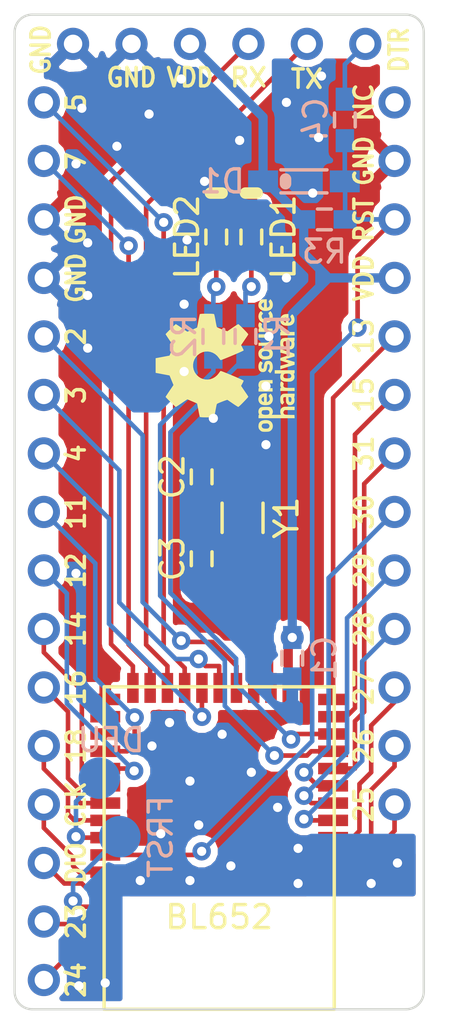
<source format=kicad_pcb>
(kicad_pcb (version 4) (host pcbnew 4.0.7)

  (general
    (links 98)
    (no_connects 0)
    (area 126.406 87.47 146.744 134.739)
    (thickness 1.6)
    (drawings 10)
    (tracks 205)
    (zones 0)
    (modules 90)
    (nets 38)
  )

  (page A4)
  (layers
    (0 F.Cu signal)
    (31 B.Cu signal)
    (32 B.Adhes user)
    (33 F.Adhes user)
    (34 B.Paste user)
    (35 F.Paste user)
    (36 B.SilkS user)
    (37 F.SilkS user hide)
    (38 B.Mask user)
    (39 F.Mask user)
    (40 Dwgs.User user)
    (41 Cmts.User user)
    (42 Eco1.User user)
    (43 Eco2.User user)
    (44 Edge.Cuts user)
    (45 Margin user)
    (46 B.CrtYd user)
    (47 F.CrtYd user)
    (48 B.Fab user)
    (49 F.Fab user)
  )

  (setup
    (last_trace_width 0.2)
    (trace_clearance 0.2)
    (zone_clearance 0.3)
    (zone_45_only yes)
    (trace_min 0.2)
    (segment_width 0.2)
    (edge_width 0.1)
    (via_size 0.8)
    (via_drill 0.4)
    (via_min_size 0.8)
    (via_min_drill 0.4)
    (uvia_size 0.3)
    (uvia_drill 0.1)
    (uvias_allowed no)
    (uvia_min_size 0.2)
    (uvia_min_drill 0.1)
    (pcb_text_width 0.3)
    (pcb_text_size 1.5 1.5)
    (mod_edge_width 0.15)
    (mod_text_size 1 1)
    (mod_text_width 0.15)
    (pad_size 1.3 0.5)
    (pad_drill 0)
    (pad_to_mask_clearance 0.1)
    (aux_axis_origin 127.635 132.08)
    (grid_origin 127.635 88.9)
    (visible_elements 7FFFFF7F)
    (pcbplotparams
      (layerselection 0x010f0_80000001)
      (usegerberextensions true)
      (excludeedgelayer true)
      (linewidth 0.100000)
      (plotframeref false)
      (viasonmask false)
      (mode 1)
      (useauxorigin false)
      (hpglpennumber 1)
      (hpglpenspeed 20)
      (hpglpendiameter 15)
      (hpglpenoverlay 2)
      (psnegative false)
      (psa4output false)
      (plotreference true)
      (plotvalue true)
      (plotinvisibletext false)
      (padsonsilk false)
      (subtractmaskfromsilk true)
      (outputformat 1)
      (mirror false)
      (drillshape 0)
      (scaleselection 1)
      (outputdirectory gerber/))
  )

  (net 0 "")
  (net 1 "Net-(C2-Pad1)")
  (net 2 "Net-(C3-Pad1)")
  (net 3 VDD)
  (net 4 25)
  (net 5 26)
  (net 6 28)
  (net 7 29)
  (net 8 31)
  (net 9 2)
  (net 10 3)
  (net 11 4)
  (net 12 5)
  (net 13 7)
  (net 14 DIO)
  (net 15 CLK)
  (net 16 RST)
  (net 17 16)
  (net 18 14)
  (net 19 12)
  (net 20 DTR)
  (net 21 DFU)
  (net 22 FRST)
  (net 23 RX)
  (net 24 TX)
  (net 25 13)
  (net 26 11)
  (net 27 15)
  (net 28 18)
  (net 29 GND)
  (net 30 "Net-(LED1-Pad2)")
  (net 31 "Net-(LED2-Pad2)")
  (net 32 "Net-(R1-Pad2)")
  (net 33 "Net-(R2-Pad2)")
  (net 34 27)
  (net 35 30)
  (net 36 23)
  (net 37 24)

  (net_class Default "これは標準のネット クラスです。"
    (clearance 0.2)
    (trace_width 0.2)
    (via_dia 0.8)
    (via_drill 0.4)
    (uvia_dia 0.3)
    (uvia_drill 0.1)
    (add_net 11)
    (add_net 12)
    (add_net 13)
    (add_net 14)
    (add_net 15)
    (add_net 16)
    (add_net 18)
    (add_net 2)
    (add_net 23)
    (add_net 24)
    (add_net 25)
    (add_net 26)
    (add_net 27)
    (add_net 28)
    (add_net 29)
    (add_net 3)
    (add_net 30)
    (add_net 31)
    (add_net 4)
    (add_net 5)
    (add_net 7)
    (add_net CLK)
    (add_net DFU)
    (add_net DIO)
    (add_net DTR)
    (add_net FRST)
    (add_net GND)
    (add_net "Net-(C2-Pad1)")
    (add_net "Net-(C3-Pad1)")
    (add_net "Net-(LED1-Pad2)")
    (add_net "Net-(LED2-Pad2)")
    (add_net "Net-(R1-Pad2)")
    (add_net "Net-(R2-Pad2)")
    (add_net RST)
    (add_net RX)
    (add_net TX)
  )

  (net_class VDD ""
    (clearance 0.2)
    (trace_width 0.4)
    (via_dia 1)
    (via_drill 0.4)
    (uvia_dia 0.3)
    (uvia_drill 0.1)
    (add_net VDD)
  )

  (module .pretty:Via (layer F.Cu) (tedit 5A38F51D) (tstamp 5A3E0BAF)
    (at 135.255 126.492)
    (fp_text reference REF** (at 0 2.6) (layer F.SilkS) hide
      (effects (font (size 1 1) (thickness 0.15)))
    )
    (fp_text value Via (at 0 1.2) (layer F.Fab) hide
      (effects (font (size 1 1) (thickness 0.15)))
    )
    (pad 1 thru_hole circle (at 0 0) (size 0.8 0.8) (drill 0.4) (layers *.Cu)
      (net 29 GND) (zone_connect 2))
  )

  (module .pretty:Via (layer F.Cu) (tedit 5A38F51D) (tstamp 5A3E0BA1)
    (at 133.985 124.46)
    (fp_text reference REF** (at 0 2.6) (layer F.SilkS) hide
      (effects (font (size 1 1) (thickness 0.15)))
    )
    (fp_text value Via (at 0 1.2) (layer F.Fab) hide
      (effects (font (size 1 1) (thickness 0.15)))
    )
    (pad 1 thru_hole circle (at 0 0) (size 0.8 0.8) (drill 0.4) (layers *.Cu)
      (net 29 GND) (zone_connect 2))
  )

  (module .pretty:Via (layer F.Cu) (tedit 5A38F51D) (tstamp 5A39F9E8)
    (at 135.255 122.174)
    (fp_text reference REF** (at 0 2.6) (layer F.SilkS) hide
      (effects (font (size 1 1) (thickness 0.15)))
    )
    (fp_text value Via (at 0 1.2) (layer F.Fab) hide
      (effects (font (size 1 1) (thickness 0.15)))
    )
    (pad 1 thru_hole circle (at 0 0) (size 0.8 0.8) (drill 0.4) (layers *.Cu)
      (net 29 GND) (zone_connect 2))
  )

  (module .pretty:Via (layer F.Cu) (tedit 5A38F51D) (tstamp 5A39F133)
    (at 138.557 105.029)
    (fp_text reference REF** (at 0 2.6) (layer F.SilkS) hide
      (effects (font (size 1 1) (thickness 0.15)))
    )
    (fp_text value Via (at 0 1.2) (layer F.Fab) hide
      (effects (font (size 1 1) (thickness 0.15)))
    )
    (pad 1 thru_hole circle (at 0 0) (size 0.8 0.8) (drill 0.4) (layers *.Cu)
      (net 29 GND) (zone_connect 2))
  )

  (module .pretty:Via (layer F.Cu) (tedit 5A38F51D) (tstamp 5A39F112)
    (at 135.001 104.394)
    (fp_text reference REF** (at 0 2.6) (layer F.SilkS) hide
      (effects (font (size 1 1) (thickness 0.15)))
    )
    (fp_text value Via (at 0 1.2) (layer F.Fab) hide
      (effects (font (size 1 1) (thickness 0.15)))
    )
    (pad 1 thru_hole circle (at 0 0) (size 0.8 0.8) (drill 0.4) (layers *.Cu)
      (net 29 GND) (zone_connect 2))
  )

  (module .pretty:Via (layer F.Cu) (tedit 5A38F51D) (tstamp 5A390AB6)
    (at 130.302 95.377)
    (fp_text reference REF** (at 0 2.6) (layer F.SilkS) hide
      (effects (font (size 1 1) (thickness 0.15)))
    )
    (fp_text value Via (at 0 1.2) (layer F.Fab) hide
      (effects (font (size 1 1) (thickness 0.15)))
    )
    (pad 1 thru_hole circle (at 0 0) (size 0.8 0.8) (drill 0.4) (layers *.Cu)
      (net 29 GND) (zone_connect 2))
  )

  (module .pretty:Via (layer F.Cu) (tedit 5A38F51D) (tstamp 5A3909C3)
    (at 140.843 94.234)
    (fp_text reference REF** (at 0 2.6) (layer F.SilkS) hide
      (effects (font (size 1 1) (thickness 0.15)))
    )
    (fp_text value Via (at 0 1.2) (layer F.Fab) hide
      (effects (font (size 1 1) (thickness 0.15)))
    )
    (pad 1 thru_hole circle (at 0 0) (size 0.8 0.8) (drill 0.4) (layers *.Cu)
      (net 29 GND) (zone_connect 2))
  )

  (module .pretty:Via (layer F.Cu) (tedit 5A38F51D) (tstamp 5A39074E)
    (at 133.477 93.218)
    (fp_text reference REF** (at 0 2.6) (layer F.SilkS) hide
      (effects (font (size 1 1) (thickness 0.15)))
    )
    (fp_text value Via (at 0 1.2) (layer F.Fab) hide
      (effects (font (size 1 1) (thickness 0.15)))
    )
    (pad 1 thru_hole circle (at 0 0) (size 0.8 0.8) (drill 0.4) (layers *.Cu)
      (net 29 GND) (zone_connect 2))
  )

  (module .pretty:Via (layer F.Cu) (tedit 5A38F51D) (tstamp 5A390195)
    (at 130.429 131.064)
    (fp_text reference REF** (at 0 2.6) (layer F.SilkS) hide
      (effects (font (size 1 1) (thickness 0.15)))
    )
    (fp_text value Via (at 0 1.2) (layer F.Fab) hide
      (effects (font (size 1 1) (thickness 0.15)))
    )
    (pad 1 thru_hole circle (at 0 0) (size 0.8 0.8) (drill 0.4) (layers *.Cu)
      (net 29 GND) (zone_connect 2))
  )

  (module .pretty:Via (layer F.Cu) (tedit 5A38F51D) (tstamp 5A3900CD)
    (at 131.572 130.937)
    (fp_text reference REF** (at 0 2.6) (layer F.SilkS) hide
      (effects (font (size 1 1) (thickness 0.15)))
    )
    (fp_text value Via (at 0 1.2) (layer F.Fab) hide
      (effects (font (size 1 1) (thickness 0.15)))
    )
    (pad 1 thru_hole circle (at 0 0) (size 0.8 0.8) (drill 0.4) (layers *.Cu)
      (net 29 GND) (zone_connect 2))
  )

  (module .pretty:Via (layer F.Cu) (tedit 5A38F51D) (tstamp 5A38F9C4)
    (at 134.366 119.634)
    (fp_text reference REF** (at 0 2.6) (layer F.SilkS) hide
      (effects (font (size 1 1) (thickness 0.15)))
    )
    (fp_text value Via (at 0 1.2) (layer F.Fab) hide
      (effects (font (size 1 1) (thickness 0.15)))
    )
    (pad 1 thru_hole circle (at 0 0) (size 0.8 0.8) (drill 0.4) (layers *.Cu)
      (net 29 GND) (zone_connect 2))
  )

  (module .pretty:Via (layer F.Cu) (tedit 5A38F51D) (tstamp 5A38F774)
    (at 130.302 113.157)
    (fp_text reference REF** (at 0 2.6) (layer F.SilkS) hide
      (effects (font (size 1 1) (thickness 0.15)))
    )
    (fp_text value Via (at 0 1.2) (layer F.Fab) hide
      (effects (font (size 1 1) (thickness 0.15)))
    )
    (pad 1 thru_hole circle (at 0 0) (size 0.8 0.8) (drill 0.4) (layers *.Cu)
      (net 29 GND) (zone_connect 2))
  )

  (module .pretty:Via (layer F.Cu) (tedit 5A38F51D) (tstamp 5A38F688)
    (at 130.81 101.092)
    (fp_text reference REF** (at 0 2.6) (layer F.SilkS) hide
      (effects (font (size 1 1) (thickness 0.15)))
    )
    (fp_text value Via (at 0 1.2) (layer F.Fab) hide
      (effects (font (size 1 1) (thickness 0.15)))
    )
    (pad 1 thru_hole circle (at 0 0) (size 0.8 0.8) (drill 0.4) (layers *.Cu)
      (net 29 GND) (zone_connect 2))
  )

  (module .pretty:Via (layer F.Cu) (tedit 5A38F51D) (tstamp 5A38F67D)
    (at 130.81 98.806)
    (fp_text reference REF** (at 0 2.6) (layer F.SilkS) hide
      (effects (font (size 1 1) (thickness 0.15)))
    )
    (fp_text value Via (at 0 1.2) (layer F.Fab) hide
      (effects (font (size 1 1) (thickness 0.15)))
    )
    (pad 1 thru_hole circle (at 0 0) (size 0.8 0.8) (drill 0.4) (layers *.Cu)
      (net 29 GND) (zone_connect 2))
  )

  (module .pretty:Via (layer F.Cu) (tedit 5A38F51D) (tstamp 5A38F678)
    (at 130.81 103.378)
    (fp_text reference REF** (at 0 2.6) (layer F.SilkS) hide
      (effects (font (size 1 1) (thickness 0.15)))
    )
    (fp_text value Via (at 0 1.2) (layer F.Fab) hide
      (effects (font (size 1 1) (thickness 0.15)))
    )
    (pad 1 thru_hole circle (at 0 0) (size 0.8 0.8) (drill 0.4) (layers *.Cu)
      (net 29 GND) (zone_connect 2))
  )

  (module .pretty:Via (layer F.Cu) (tedit 5A38F51D) (tstamp 5A38F668)
    (at 135.001 101.473)
    (fp_text reference REF** (at 0 2.6) (layer F.SilkS) hide
      (effects (font (size 1 1) (thickness 0.15)))
    )
    (fp_text value Via (at 0 1.2) (layer F.Fab) hide
      (effects (font (size 1 1) (thickness 0.15)))
    )
    (pad 1 thru_hole circle (at 0 0) (size 0.8 0.8) (drill 0.4) (layers *.Cu)
      (net 29 GND) (zone_connect 2))
  )

  (module .pretty:Via (layer F.Cu) (tedit 5A38F51D) (tstamp 5A38F663)
    (at 135.128 98.679)
    (fp_text reference REF** (at 0 2.6) (layer F.SilkS) hide
      (effects (font (size 1 1) (thickness 0.15)))
    )
    (fp_text value Via (at 0 1.2) (layer F.Fab) hide
      (effects (font (size 1 1) (thickness 0.15)))
    )
    (pad 1 thru_hole circle (at 0 0) (size 0.8 0.8) (drill 0.4) (layers *.Cu)
      (net 29 GND) (zone_connect 2))
  )

  (module .pretty:Via (layer F.Cu) (tedit 5A38F51D) (tstamp 5A38F65E)
    (at 135.89 96.139)
    (fp_text reference REF** (at 0 2.6) (layer F.SilkS) hide
      (effects (font (size 1 1) (thickness 0.15)))
    )
    (fp_text value Via (at 0 1.2) (layer F.Fab) hide
      (effects (font (size 1 1) (thickness 0.15)))
    )
    (pad 1 thru_hole circle (at 0 0) (size 0.8 0.8) (drill 0.4) (layers *.Cu)
      (net 29 GND) (zone_connect 2))
  )

  (module .pretty:Via (layer F.Cu) (tedit 5A38F51D) (tstamp 5A38F659)
    (at 132.08 94.615)
    (fp_text reference REF** (at 0 2.6) (layer F.SilkS) hide
      (effects (font (size 1 1) (thickness 0.15)))
    )
    (fp_text value Via (at 0 1.2) (layer F.Fab) hide
      (effects (font (size 1 1) (thickness 0.15)))
    )
    (pad 1 thru_hole circle (at 0 0) (size 0.8 0.8) (drill 0.4) (layers *.Cu)
      (net 29 GND) (zone_connect 2))
  )

  (module .pretty:Via (layer F.Cu) (tedit 5A38F51D) (tstamp 5A38F654)
    (at 130.556 92.964)
    (fp_text reference REF** (at 0 2.6) (layer F.SilkS) hide
      (effects (font (size 1 1) (thickness 0.15)))
    )
    (fp_text value Via (at 0 1.2) (layer F.Fab) hide
      (effects (font (size 1 1) (thickness 0.15)))
    )
    (pad 1 thru_hole circle (at 0 0) (size 0.8 0.8) (drill 0.4) (layers *.Cu)
      (net 29 GND) (zone_connect 2))
  )

  (module .pretty:Via (layer F.Cu) (tedit 5A38F51D) (tstamp 5A38F64F)
    (at 134.874 91.694)
    (fp_text reference REF** (at 0 2.6) (layer F.SilkS) hide
      (effects (font (size 1 1) (thickness 0.15)))
    )
    (fp_text value Via (at 0 1.2) (layer F.Fab) hide
      (effects (font (size 1 1) (thickness 0.15)))
    )
    (pad 1 thru_hole circle (at 0 0) (size 0.8 0.8) (drill 0.4) (layers *.Cu)
      (net 29 GND) (zone_connect 2))
  )

  (module .pretty:Via (layer F.Cu) (tedit 5A38F51D) (tstamp 5A38F64A)
    (at 137.414 94.361)
    (fp_text reference REF** (at 0 2.6) (layer F.SilkS) hide
      (effects (font (size 1 1) (thickness 0.15)))
    )
    (fp_text value Via (at 0 1.2) (layer F.Fab) hide
      (effects (font (size 1 1) (thickness 0.15)))
    )
    (pad 1 thru_hole circle (at 0 0) (size 0.8 0.8) (drill 0.4) (layers *.Cu)
      (net 29 GND) (zone_connect 2))
  )

  (module .pretty:Via (layer F.Cu) (tedit 5A38F51D) (tstamp 5A38F645)
    (at 138.684 102.87)
    (fp_text reference REF** (at 0 2.6) (layer F.SilkS) hide
      (effects (font (size 1 1) (thickness 0.15)))
    )
    (fp_text value Via (at 0 1.2) (layer F.Fab) hide
      (effects (font (size 1 1) (thickness 0.15)))
    )
    (pad 1 thru_hole circle (at 0 0) (size 0.8 0.8) (drill 0.4) (layers *.Cu)
      (net 29 GND) (zone_connect 2))
  )

  (module .pretty:Via (layer F.Cu) (tedit 5A38F51D) (tstamp 5A38F640)
    (at 139.446 100.33)
    (fp_text reference REF** (at 0 2.6) (layer F.SilkS) hide
      (effects (font (size 1 1) (thickness 0.15)))
    )
    (fp_text value Via (at 0 1.2) (layer F.Fab) hide
      (effects (font (size 1 1) (thickness 0.15)))
    )
    (pad 1 thru_hole circle (at 0 0) (size 0.8 0.8) (drill 0.4) (layers *.Cu)
      (net 29 GND) (zone_connect 2))
  )

  (module .pretty:Via (layer F.Cu) (tedit 5A38F51D) (tstamp 5A38F636)
    (at 136.271 106.426)
    (fp_text reference REF** (at 0 2.6) (layer F.SilkS) hide
      (effects (font (size 1 1) (thickness 0.15)))
    )
    (fp_text value Via (at 0 1.2) (layer F.Fab) hide
      (effects (font (size 1 1) (thickness 0.15)))
    )
    (pad 1 thru_hole circle (at 0 0) (size 0.8 0.8) (drill 0.4) (layers *.Cu)
      (net 29 GND) (zone_connect 2))
  )

  (module .pretty:Via (layer F.Cu) (tedit 5A38F51D) (tstamp 5A38F631)
    (at 138.557 107.569)
    (fp_text reference REF** (at 0 2.6) (layer F.SilkS) hide
      (effects (font (size 1 1) (thickness 0.15)))
    )
    (fp_text value Via (at 0 1.2) (layer F.Fab) hide
      (effects (font (size 1 1) (thickness 0.15)))
    )
    (pad 1 thru_hole circle (at 0 0) (size 0.8 0.8) (drill 0.4) (layers *.Cu)
      (net 29 GND) (zone_connect 2))
  )

  (module .pretty:Via (layer F.Cu) (tedit 5A38F51D) (tstamp 5A38F60E)
    (at 143.129 126.619)
    (fp_text reference REF** (at 0 2.6) (layer F.SilkS) hide
      (effects (font (size 1 1) (thickness 0.15)))
    )
    (fp_text value Via (at 0 1.2) (layer F.Fab) hide
      (effects (font (size 1 1) (thickness 0.15)))
    )
    (pad 1 thru_hole circle (at 0 0) (size 0.8 0.8) (drill 0.4) (layers *.Cu)
      (net 29 GND) (zone_connect 2))
  )

  (module .pretty:Via (layer F.Cu) (tedit 5A38F51D) (tstamp 5A38F5C8)
    (at 135.636 124.079)
    (fp_text reference REF** (at 0 2.6) (layer F.SilkS) hide
      (effects (font (size 1 1) (thickness 0.15)))
    )
    (fp_text value Via (at 0 1.2) (layer F.Fab) hide
      (effects (font (size 1 1) (thickness 0.15)))
    )
    (pad 1 thru_hole circle (at 0 0) (size 0.8 0.8) (drill 0.4) (layers *.Cu)
      (net 29 GND) (zone_connect 2))
  )

  (module .pretty:Via (layer F.Cu) (tedit 5A38F51D) (tstamp 5A38F5C3)
    (at 136.652 120.142)
    (fp_text reference REF** (at 0 2.6) (layer F.SilkS) hide
      (effects (font (size 1 1) (thickness 0.15)))
    )
    (fp_text value Via (at 0 1.2) (layer F.Fab) hide
      (effects (font (size 1 1) (thickness 0.15)))
    )
    (pad 1 thru_hole circle (at 0 0) (size 0.8 0.8) (drill 0.4) (layers *.Cu)
      (net 29 GND) (zone_connect 2))
  )

  (module .pretty:Via (layer F.Cu) (tedit 5A38F51D) (tstamp 5A38F5BE)
    (at 137.922 121.793)
    (fp_text reference REF** (at 0 2.6) (layer F.SilkS) hide
      (effects (font (size 1 1) (thickness 0.15)))
    )
    (fp_text value Via (at 0 1.2) (layer F.Fab) hide
      (effects (font (size 1 1) (thickness 0.15)))
    )
    (pad 1 thru_hole circle (at 0 0) (size 0.8 0.8) (drill 0.4) (layers *.Cu)
      (net 29 GND) (zone_connect 2))
  )

  (module .pretty:Via (layer F.Cu) (tedit 5A38F51D) (tstamp 5A38F5B9)
    (at 133.604 120.65)
    (fp_text reference REF** (at 0 2.6) (layer F.SilkS) hide
      (effects (font (size 1 1) (thickness 0.15)))
    )
    (fp_text value Via (at 0 1.2) (layer F.Fab) hide
      (effects (font (size 1 1) (thickness 0.15)))
    )
    (pad 1 thru_hole circle (at 0 0) (size 0.8 0.8) (drill 0.4) (layers *.Cu)
      (net 29 GND) (zone_connect 2))
  )

  (module .pretty:Via (layer F.Cu) (tedit 5A38F51D) (tstamp 5A38F5AF)
    (at 144.272 125.73)
    (fp_text reference REF** (at 0 2.6) (layer F.SilkS) hide
      (effects (font (size 1 1) (thickness 0.15)))
    )
    (fp_text value Via (at 0 1.2) (layer F.Fab) hide
      (effects (font (size 1 1) (thickness 0.15)))
    )
    (pad 1 thru_hole circle (at 0 0) (size 0.8 0.8) (drill 0.4) (layers *.Cu)
      (net 29 GND) (zone_connect 2))
  )

  (module .pretty:Via (layer F.Cu) (tedit 5A38F51D) (tstamp 5A38F5AA)
    (at 139.065 123.317)
    (fp_text reference REF** (at 0 2.6) (layer F.SilkS) hide
      (effects (font (size 1 1) (thickness 0.15)))
    )
    (fp_text value Via (at 0 1.2) (layer F.Fab) hide
      (effects (font (size 1 1) (thickness 0.15)))
    )
    (pad 1 thru_hole circle (at 0 0) (size 0.8 0.8) (drill 0.4) (layers *.Cu)
      (net 29 GND) (zone_connect 2))
  )

  (module .pretty:Via (layer F.Cu) (tedit 5A38F51D) (tstamp 5A38F593)
    (at 137.033 125.857)
    (fp_text reference REF** (at 0 2.6) (layer F.SilkS) hide
      (effects (font (size 1 1) (thickness 0.15)))
    )
    (fp_text value Via (at 0 1.2) (layer F.Fab) hide
      (effects (font (size 1 1) (thickness 0.15)))
    )
    (pad 1 thru_hole circle (at 0 0) (size 0.8 0.8) (drill 0.4) (layers *.Cu)
      (net 29 GND) (zone_connect 2))
  )

  (module .pretty:Via (layer F.Cu) (tedit 5A38F51D) (tstamp 5A38F58E)
    (at 133.096 126.492)
    (fp_text reference REF** (at 0 2.6) (layer F.SilkS) hide
      (effects (font (size 1 1) (thickness 0.15)))
    )
    (fp_text value Via (at 0 1.2) (layer F.Fab) hide
      (effects (font (size 1 1) (thickness 0.15)))
    )
    (pad 1 thru_hole circle (at 0 0) (size 0.8 0.8) (drill 0.4) (layers *.Cu)
      (net 29 GND) (zone_connect 2))
  )

  (module .pretty:Via (layer F.Cu) (tedit 5A38F51D) (tstamp 5A38F589)
    (at 139.954 125.095)
    (fp_text reference REF** (at 0 2.6) (layer F.SilkS) hide
      (effects (font (size 1 1) (thickness 0.15)))
    )
    (fp_text value Via (at 0 1.2) (layer F.Fab) hide
      (effects (font (size 1 1) (thickness 0.15)))
    )
    (pad 1 thru_hole circle (at 0 0) (size 0.8 0.8) (drill 0.4) (layers *.Cu)
      (net 29 GND) (zone_connect 2))
  )

  (module .pretty:Via (layer F.Cu) (tedit 5A38F51D) (tstamp 5A38F583)
    (at 139.954 126.619)
    (fp_text reference REF** (at 0 2.6) (layer F.SilkS) hide
      (effects (font (size 1 1) (thickness 0.15)))
    )
    (fp_text value Via (at 0 1.2) (layer F.Fab) hide
      (effects (font (size 1 1) (thickness 0.15)))
    )
    (pad 1 thru_hole circle (at 0 0) (size 0.8 0.8) (drill 0.4) (layers *.Cu)
      (net 29 GND) (zone_connect 2))
  )

  (module .pretty:Via (layer F.Cu) (tedit 5A38F51D) (tstamp 5A38F56A)
    (at 139.446 92.71)
    (fp_text reference REF** (at 0 2.6) (layer F.SilkS) hide
      (effects (font (size 1 1) (thickness 0.15)))
    )
    (fp_text value Via (at 0 1.2) (layer F.Fab) hide
      (effects (font (size 1 1) (thickness 0.15)))
    )
    (pad 1 thru_hole circle (at 0 0) (size 0.8 0.8) (drill 0.4) (layers *.Cu)
      (net 29 GND) (zone_connect 2))
  )

  (module .pretty:Via (layer F.Cu) (tedit 5A38F51D) (tstamp 5A38F565)
    (at 140.589 96.647)
    (fp_text reference REF** (at 0 2.6) (layer F.SilkS) hide
      (effects (font (size 1 1) (thickness 0.15)))
    )
    (fp_text value Via (at 0 1.2) (layer F.Fab) hide
      (effects (font (size 1 1) (thickness 0.15)))
    )
    (pad 1 thru_hole circle (at 0 0) (size 0.8 0.8) (drill 0.4) (layers *.Cu)
      (net 29 GND) (zone_connect 2))
  )

  (module .pretty:Via (layer F.Cu) (tedit 5A38F51D) (tstamp 5A38F54E)
    (at 140.97 91.567)
    (fp_text reference REF** (at 0 2.6) (layer F.SilkS) hide
      (effects (font (size 1 1) (thickness 0.15)))
    )
    (fp_text value Via (at 0 1.2) (layer F.Fab) hide
      (effects (font (size 1 1) (thickness 0.15)))
    )
    (pad 1 thru_hole circle (at 0 0) (size 0.8 0.8) (drill 0.4) (layers *.Cu)
      (net 29 GND) (zone_connect 2))
  )

  (module .pretty:Diode (layer B.Cu) (tedit 5A3F19E3) (tstamp 5A36759D)
    (at 140.208 96.139)
    (path /5A1ABF52)
    (fp_text reference D1 (at -3.556 0) (layer B.SilkS)
      (effects (font (size 1 1) (thickness 0.15)) (justify mirror))
    )
    (fp_text value D (at 0 1) (layer B.Fab)
      (effects (font (size 0.5 0.5) (thickness 0.1)) (justify mirror))
    )
    (fp_line (start -0.8 0.1) (end -0.8 -0.1) (layer B.SilkS) (width 0.5))
    (fp_line (start -1 -0.5) (end 1 -0.5) (layer B.SilkS) (width 0.15))
    (fp_line (start -1 0.5) (end 1 0.5) (layer B.SilkS) (width 0.15))
    (pad 1 smd rect (at -1.775 0) (size 1.3 0.95) (layers B.Cu B.Paste B.Mask)
      (net 3 VDD))
    (pad 2 smd rect (at 1.775 0) (size 1.3 0.95) (layers B.Cu B.Paste B.Mask)
      (net 16 RST))
  )

  (module .pretty:BL652 (layer F.Cu) (tedit 5A3900E1) (tstamp 5A320781)
    (at 136.525 132.08 180)
    (path /5A1A96FB)
    (fp_text reference U1 (at 0 2 180) (layer F.SilkS) hide
      (effects (font (size 1 1) (thickness 0.15)))
    )
    (fp_text value BL652 (at 0 4 180) (layer F.SilkS)
      (effects (font (size 1 1) (thickness 0.15)))
    )
    (fp_line (start -5 0) (end 5 0) (layer F.SilkS) (width 0.15))
    (fp_line (start 5 0) (end 5 14) (layer F.SilkS) (width 0.15))
    (fp_line (start 5 14) (end -5 14) (layer F.SilkS) (width 0.15))
    (fp_line (start -5 14) (end -5 0) (layer F.SilkS) (width 0.15))
    (pad 17 smd rect (at 3.75 13.95 180) (size 0.5 1.3) (layers F.Cu F.Paste F.Mask)
      (net 23 RX) (zone_connect 2))
    (pad 18 smd rect (at 3 13.95 180) (size 0.5 1.3) (layers F.Cu F.Paste F.Mask)
      (net 13 7) (zone_connect 2))
    (pad 19 smd rect (at 2.25 13.95 180) (size 0.5 1.3) (layers F.Cu F.Paste F.Mask)
      (net 24 TX) (zone_connect 2))
    (pad 20 smd rect (at 1.5 13.95 180) (size 0.5 1.3) (layers F.Cu F.Paste F.Mask)
      (net 12 5) (zone_connect 2))
    (pad 21 smd rect (at 0.75 13.95 180) (size 0.5 1.3) (layers F.Cu F.Paste F.Mask)
      (net 11 4) (zone_connect 2))
    (pad 22 smd rect (at 0 13.95 180) (size 0.5 1.3) (layers F.Cu F.Paste F.Mask)
      (net 10 3) (zone_connect 2))
    (pad 23 smd rect (at -0.75 13.95 180) (size 0.5 1.3) (layers F.Cu F.Paste F.Mask)
      (net 9 2) (zone_connect 2))
    (pad 24 smd rect (at -1.5 13.95 180) (size 0.5 1.3) (layers F.Cu F.Paste F.Mask)
      (net 2 "Net-(C3-Pad1)") (zone_connect 2))
    (pad 25 smd rect (at -2.25 13.95 180) (size 0.5 1.3) (layers F.Cu F.Paste F.Mask)
      (net 1 "Net-(C2-Pad1)") (zone_connect 2))
    (pad 26 smd rect (at -3 13.95 180) (size 0.5 1.3) (layers F.Cu F.Paste F.Mask)
      (net 3 VDD))
    (pad 27 smd rect (at -3.75 13.95 180) (size 0.5 1.3) (layers F.Cu F.Paste F.Mask)
      (net 29 GND) (zone_connect 2))
    (pad 28 smd rect (at -4.95 13.45 180) (size 1.3 0.5) (layers F.Cu F.Paste F.Mask)
      (net 25 13) (zone_connect 2))
    (pad 29 smd rect (at -4.95 12.7 180) (size 1.3 0.5) (layers F.Cu F.Paste F.Mask)
      (net 27 15) (zone_connect 2))
    (pad 30 smd rect (at -4.95 11.95 180) (size 1.3 0.5) (layers F.Cu F.Paste F.Mask)
      (net 32 "Net-(R1-Pad2)") (zone_connect 2))
    (pad 31 smd rect (at -4.95 11.2 180) (size 1.3 0.5) (layers F.Cu F.Paste F.Mask)
      (net 33 "Net-(R2-Pad2)") (zone_connect 2))
    (pad 32 smd rect (at -4.95 10.45 180) (size 1.3 0.5) (layers F.Cu F.Paste F.Mask)
      (net 8 31) (zone_connect 2))
    (pad 33 smd rect (at -4.95 9.7 180) (size 1.3 0.5) (layers F.Cu F.Paste F.Mask)
      (net 35 30) (zone_connect 2))
    (pad 34 smd rect (at -4.95 8.95 180) (size 1.3 0.5) (layers F.Cu F.Paste F.Mask)
      (net 7 29) (zone_connect 2))
    (pad 35 smd rect (at -4.95 8.2 180) (size 1.3 0.5) (layers F.Cu F.Paste F.Mask)
      (net 6 28) (zone_connect 2))
    (pad 36 smd rect (at -4.95 7.45 180) (size 1.3 0.5) (layers F.Cu F.Paste F.Mask)
      (net 34 27) (zone_connect 2))
    (pad 37 smd rect (at -4.95 6.7 180) (size 1.3 0.5) (layers F.Cu F.Paste F.Mask)
      (net 5 26) (zone_connect 2))
    (pad 38 smd rect (at -4.95 5.95 180) (size 1.3 0.5) (layers F.Cu F.Paste F.Mask)
      (net 4 25) (zone_connect 2))
    (pad 39 smd rect (at -4.95 5.2 180) (size 1.3 0.5) (layers F.Cu F.Paste F.Mask)
      (net 29 GND))
    (pad 16 smd rect (at 4.95 13.45 180) (size 1.3 0.5) (layers F.Cu F.Paste F.Mask)
      (net 29 GND))
    (pad 15 smd rect (at 4.95 12.7 180) (size 1.3 0.5) (layers F.Cu F.Paste F.Mask)
      (zone_connect 2))
    (pad 14 smd rect (at 4.95 11.95 180) (size 1.3 0.5) (layers F.Cu F.Paste F.Mask)
      (zone_connect 2))
    (pad 13 smd rect (at 4.95 11.2 180) (size 1.3 0.5) (layers F.Cu F.Paste F.Mask)
      (net 26 11) (zone_connect 2))
    (pad 12 smd rect (at 4.95 10.45 180) (size 1.3 0.5) (layers F.Cu F.Paste F.Mask)
      (net 19 12) (zone_connect 2))
    (pad 11 smd rect (at 4.95 9.7 180) (size 1.3 0.5) (layers F.Cu F.Paste F.Mask)
      (net 18 14) (zone_connect 2))
    (pad 10 smd rect (at 4.95 8.95 180) (size 1.3 0.5) (layers F.Cu F.Paste F.Mask)
      (net 17 16) (zone_connect 2))
    (pad 9 smd rect (at 4.95 8.2 180) (size 1.3 0.5) (layers F.Cu F.Paste F.Mask)
      (net 28 18) (zone_connect 2))
    (pad 8 smd rect (at 4.95 7.45 180) (size 1.3 0.5) (layers F.Cu F.Paste F.Mask)
      (net 21 DFU) (zone_connect 2))
    (pad 7 smd rect (at 4.95 6.7 180) (size 1.3 0.5) (layers F.Cu F.Paste F.Mask)
      (net 16 RST) (zone_connect 2))
    (pad 6 smd rect (at 4.95 5.95 180) (size 1.3 0.5) (layers F.Cu F.Paste F.Mask)
      (net 15 CLK) (zone_connect 2))
    (pad 5 smd rect (at 4.95 5.2 180) (size 1.3 0.5) (layers F.Cu F.Paste F.Mask)
      (net 14 DIO) (zone_connect 2))
    (pad 4 smd rect (at 4.95 4.45 180) (size 1.3 0.5) (layers F.Cu F.Paste F.Mask)
      (net 22 FRST) (zone_connect 2))
    (pad 3 smd rect (at 4.95 3.7 180) (size 1.3 0.5) (layers F.Cu F.Paste F.Mask)
      (net 36 23) (zone_connect 2))
    (pad 1 smd rect (at 4.95 2.2 180) (size 1.3 0.5) (layers F.Cu F.Paste F.Mask)
      (net 29 GND))
    (pad 2 smd rect (at 4.95 2.95 180) (size 1.3 0.5) (layers F.Cu F.Paste F.Mask)
      (net 37 24) (zone_connect 2))
  )

  (module .pretty:FC-135 (layer F.Cu) (tedit 5A3F196E) (tstamp 5976CF51)
    (at 137.541 110.744 90)
    (path /593660E2)
    (fp_text reference Y1 (at 0 1.905 90) (layer F.SilkS)
      (effects (font (size 1 1) (thickness 0.15)))
    )
    (fp_text value 32.768kHz (at 0 0.508 90) (layer F.Fab)
      (effects (font (size 0.5 0.5) (thickness 0.1)))
    )
    (fp_line (start -0.635 0.889) (end 0.635 0.889) (layer F.SilkS) (width 0.15))
    (fp_line (start -0.635 -0.889) (end 0.635 -0.889) (layer F.SilkS) (width 0.15))
    (pad 1 smd rect (at 1.475 0 90) (size 1.45 1.8) (layers F.Cu F.Paste F.Mask)
      (net 1 "Net-(C2-Pad1)"))
    (pad 2 smd rect (at -1.475 0 90) (size 1.45 1.8) (layers F.Cu F.Paste F.Mask)
      (net 2 "Net-(C3-Pad1)"))
  )

  (module .pretty:Wirepad (layer F.Cu) (tedit 5A3A634C) (tstamp 5A37C857)
    (at 132.715 90.17 180)
    (path /5A1D39A6)
    (fp_text reference PGND5 (at 0 -2.794 180) (layer F.SilkS) hide
      (effects (font (size 1 1) (thickness 0.15)))
    )
    (fp_text value GND (at 0 -1.4605 180) (layer F.SilkS)
      (effects (font (size 0.8 0.7) (thickness 0.15)))
    )
    (pad 1 thru_hole circle (at 0 0 180) (size 1.4 1.4) (drill 0.8) (layers *.Cu *.Mask)
      (net 29 GND))
  )

  (module .pretty:Wirepad (layer F.Cu) (tedit 5A38A8D7) (tstamp 5A32076E)
    (at 128.905 107.95 270)
    (path /59368FD5)
    (fp_text reference P4 (at 0 -2.794 270) (layer F.SilkS) hide
      (effects (font (size 1 1) (thickness 0.15)))
    )
    (fp_text value 4 (at 0 -1.397 270) (layer F.SilkS)
      (effects (font (size 0.8 0.8) (thickness 0.15)))
    )
    (pad 1 thru_hole circle (at 0 0 270) (size 1.4 1.4) (drill 0.8) (layers *.Cu *.Mask)
      (net 11 4))
  )

  (module .pretty:Wirepad (layer F.Cu) (tedit 5A38A8D5) (tstamp 5A320769)
    (at 128.905 105.41 270)
    (path /59368F90)
    (fp_text reference P3 (at 0 -2.794 270) (layer F.SilkS) hide
      (effects (font (size 1 1) (thickness 0.15)))
    )
    (fp_text value 3 (at 0 -1.397 270) (layer F.SilkS)
      (effects (font (size 0.8 0.8) (thickness 0.15)))
    )
    (pad 1 thru_hole circle (at 0 0 270) (size 1.4 1.4) (drill 0.8) (layers *.Cu *.Mask)
      (net 10 3))
  )

  (module .pretty:Wirepad (layer F.Cu) (tedit 5A38A8D2) (tstamp 5A320764)
    (at 128.905 102.87 270)
    (path /5936806F)
    (fp_text reference P2 (at 0 -2.794 270) (layer F.SilkS) hide
      (effects (font (size 1 1) (thickness 0.15)))
    )
    (fp_text value 2 (at 0 -1.397 270) (layer F.SilkS)
      (effects (font (size 0.8 0.8) (thickness 0.15)))
    )
    (pad 1 thru_hole circle (at 0 0 270) (size 1.4 1.4) (drill 0.8) (layers *.Cu *.Mask)
      (net 9 2))
  )

  (module .pretty:Wirepad (layer F.Cu) (tedit 5A38A8CA) (tstamp 5A331707)
    (at 128.905 92.71 270)
    (path /5936900F)
    (fp_text reference P5 (at 0 -2.794 270) (layer F.SilkS) hide
      (effects (font (size 1 1) (thickness 0.15)))
    )
    (fp_text value 5 (at 0 -1.397 270) (layer F.SilkS)
      (effects (font (size 0.8 0.8) (thickness 0.15)))
    )
    (pad 1 thru_hole circle (at 0 0 270) (size 1.4 1.4) (drill 0.8) (layers *.Cu *.Mask)
      (net 12 5))
  )

  (module .pretty:Wirepad (layer F.Cu) (tedit 5A38A8CC) (tstamp 5A33246D)
    (at 128.905 95.25 270)
    (path /59369094)
    (fp_text reference P7 (at 0 -2.794 270) (layer F.SilkS) hide
      (effects (font (size 1 1) (thickness 0.15)))
    )
    (fp_text value 7 (at 0 -1.397 270) (layer F.SilkS)
      (effects (font (size 0.8 0.8) (thickness 0.15)))
    )
    (pad 1 thru_hole circle (at 0 0 270) (size 1.4 1.4) (drill 0.8) (layers *.Cu *.Mask)
      (net 13 7))
  )

  (module .pretty:Wirepad (layer F.Cu) (tedit 5A38A8DB) (tstamp 5A332477)
    (at 128.905 113.03 270)
    (path /5936BD80)
    (fp_text reference P12 (at 0 -2.794 270) (layer F.SilkS) hide
      (effects (font (size 1 1) (thickness 0.15)))
    )
    (fp_text value 12 (at 0 -1.397 270) (layer F.SilkS)
      (effects (font (size 0.8 0.8) (thickness 0.15)))
    )
    (pad 1 thru_hole circle (at 0 0 270) (size 1.4 1.4) (drill 0.8) (layers *.Cu *.Mask)
      (net 19 12))
  )

  (module .pretty:Wirepad (layer F.Cu) (tedit 5A38A8DD) (tstamp 5A332481)
    (at 128.905 115.57 270)
    (path /5936BEB8)
    (fp_text reference P14 (at 0 -2.794 270) (layer F.SilkS) hide
      (effects (font (size 1 1) (thickness 0.15)))
    )
    (fp_text value 14 (at 0 -1.397 270) (layer F.SilkS)
      (effects (font (size 0.8 0.8) (thickness 0.15)))
    )
    (pad 1 thru_hole circle (at 0 0 270) (size 1.4 1.4) (drill 0.8) (layers *.Cu *.Mask)
      (net 18 14))
  )

  (module .pretty:Wirepad (layer F.Cu) (tedit 5A38A87B) (tstamp 5A33248B)
    (at 128.905 118.11 270)
    (path /5936C1FC)
    (fp_text reference P16 (at 0 -2.794 270) (layer F.SilkS) hide
      (effects (font (size 1 1) (thickness 0.15)))
    )
    (fp_text value 16 (at 0 -1.397 270) (layer F.SilkS)
      (effects (font (size 0.8 0.8) (thickness 0.15)))
    )
    (pad 1 thru_hole circle (at 0 0 270) (size 1.4 1.4) (drill 0.8) (layers *.Cu *.Mask)
      (net 17 16))
  )

  (module .pretty:Wirepad (layer F.Cu) (tedit 5A3A6301) (tstamp 5A33249F)
    (at 144.145 123.19 90)
    (path /593675A5)
    (fp_text reference P25 (at 0 -2.794 90) (layer F.SilkS) hide
      (effects (font (size 1 1) (thickness 0.15)))
    )
    (fp_text value 25 (at 0 -1.3335 90) (layer F.SilkS)
      (effects (font (size 0.8 0.8) (thickness 0.15)))
    )
    (pad 1 thru_hole circle (at 0 0 90) (size 1.4 1.4) (drill 0.8) (layers *.Cu *.Mask)
      (net 4 25))
  )

  (module .pretty:Wirepad (layer F.Cu) (tedit 5A3A6307) (tstamp 5A3324A4)
    (at 144.145 120.65 90)
    (path /59367750)
    (fp_text reference P26 (at 0 -2.794 90) (layer F.SilkS) hide
      (effects (font (size 1 1) (thickness 0.15)))
    )
    (fp_text value 26 (at 0 -1.3335 90) (layer F.SilkS)
      (effects (font (size 0.8 0.8) (thickness 0.15)))
    )
    (pad 1 thru_hole circle (at 0 0 90) (size 1.4 1.4) (drill 0.8) (layers *.Cu *.Mask)
      (net 5 26))
  )

  (module .pretty:Wirepad (layer F.Cu) (tedit 5A3A630F) (tstamp 5A3324AE)
    (at 144.145 115.57 90)
    (path /59367A6D)
    (fp_text reference P28 (at 0 -2.794 90) (layer F.SilkS) hide
      (effects (font (size 1 1) (thickness 0.15)))
    )
    (fp_text value 28 (at 0 -1.3335 90) (layer F.SilkS)
      (effects (font (size 0.8 0.8) (thickness 0.15)))
    )
    (pad 1 thru_hole circle (at 0 0 90) (size 1.4 1.4) (drill 0.8) (layers *.Cu *.Mask)
      (net 6 28))
  )

  (module .pretty:Wirepad (layer F.Cu) (tedit 5A3A6312) (tstamp 5A3324B3)
    (at 144.145 113.03 90)
    (path /59367AB2)
    (fp_text reference P29 (at 0 -2.794 90) (layer F.SilkS) hide
      (effects (font (size 1 1) (thickness 0.15)))
    )
    (fp_text value 29 (at 0 -1.3335 90) (layer F.SilkS)
      (effects (font (size 0.8 0.8) (thickness 0.15)))
    )
    (pad 1 thru_hole circle (at 0 0 90) (size 1.4 1.4) (drill 0.8) (layers *.Cu *.Mask)
      (net 7 29))
  )

  (module .pretty:Wirepad (layer F.Cu) (tedit 5A3DEFCC) (tstamp 5A3324BD)
    (at 144.145 110.49 90)
    (path /59367B4E)
    (fp_text reference P30 (at 0 -2.794 90) (layer F.SilkS) hide
      (effects (font (size 1 1) (thickness 0.15)))
    )
    (fp_text value 30 (at 0 -1.3335 90) (layer F.SilkS)
      (effects (font (size 0.8 0.8) (thickness 0.15)))
    )
    (pad 1 thru_hole circle (at 0 0 90) (size 1.4 1.4) (drill 0.8) (layers *.Cu *.Mask)
      (net 35 30))
  )

  (module .pretty:Wirepad (layer F.Cu) (tedit 5A3DFACB) (tstamp 5A3324C2)
    (at 128.905 123.19 270)
    (path /5936D459)
    (fp_text reference PCLK1 (at 0 -2.794 270) (layer F.SilkS) hide
      (effects (font (size 1 1) (thickness 0.15)))
    )
    (fp_text value CLK (at 0 -1.397 270) (layer F.SilkS)
      (effects (font (size 0.8 0.7) (thickness 0.15)))
    )
    (pad 1 thru_hole circle (at 0 0 270) (size 1.4 1.4) (drill 0.8) (layers *.Cu *.Mask)
      (net 15 CLK))
  )

  (module .pretty:Wirepad (layer F.Cu) (tedit 5A3DFAC8) (tstamp 5A3324CC)
    (at 128.905 125.73 270)
    (path /5936D53A)
    (fp_text reference PDIO1 (at 0 -2.794 270) (layer F.SilkS) hide
      (effects (font (size 1 1) (thickness 0.15)))
    )
    (fp_text value DIO (at 0 -1.397 270) (layer F.SilkS)
      (effects (font (size 0.8 0.7) (thickness 0.15)))
    )
    (pad 1 thru_hole circle (at 0 0 270) (size 1.4 1.4) (drill 0.8) (layers *.Cu *.Mask)
      (net 14 DIO))
  )

  (module .pretty:Wirepad (layer F.Cu) (tedit 5A3A6370) (tstamp 5A3324D1)
    (at 142.875 90.17 270)
    (path /5A337E54)
    (fp_text reference PDTR1 (at 0 -2.794 270) (layer F.SilkS) hide
      (effects (font (size 1 1) (thickness 0.15)))
    )
    (fp_text value DTR (at 0.254 -1.4605 270) (layer F.SilkS)
      (effects (font (size 0.8 0.7) (thickness 0.15)))
    )
    (pad 1 thru_hole circle (at 0 0 270) (size 1.4 1.4) (drill 0.8) (layers *.Cu *.Mask)
      (net 20 DTR))
  )

  (module .pretty:Wirepad (layer F.Cu) (tedit 5A38A8CE) (tstamp 5A3324DB)
    (at 128.905 97.79 270)
    (path /5A33BC8E)
    (fp_text reference PGND1 (at 0 -2.794 270) (layer F.SilkS) hide
      (effects (font (size 1 1) (thickness 0.15)))
    )
    (fp_text value GND (at 0 -1.397 270) (layer F.SilkS)
      (effects (font (size 0.8 0.7) (thickness 0.15)))
    )
    (pad 1 thru_hole circle (at 0 0 270) (size 1.4 1.4) (drill 0.8) (layers *.Cu *.Mask)
      (net 29 GND))
  )

  (module .pretty:Wirepad (layer F.Cu) (tedit 5A38A8D0) (tstamp 5A3324E0)
    (at 128.905 100.33 270)
    (path /5944AC29)
    (fp_text reference PGND2 (at 0 -2.794 270) (layer F.SilkS) hide
      (effects (font (size 1 1) (thickness 0.15)))
    )
    (fp_text value GND (at 0 -1.397 270) (layer F.SilkS)
      (effects (font (size 0.8 0.7) (thickness 0.15)))
    )
    (pad 1 thru_hole circle (at 0 0 270) (size 1.4 1.4) (drill 0.8) (layers *.Cu *.Mask)
      (net 29 GND))
  )

  (module .pretty:Wirepad (layer F.Cu) (tedit 5A3A6339) (tstamp 5A3324E5)
    (at 144.145 95.25 90)
    (path /5A33C47B)
    (fp_text reference PGND3 (at 0 -2.794 90) (layer F.SilkS) hide
      (effects (font (size 1 1) (thickness 0.15)))
    )
    (fp_text value GND (at 0 -1.3335 90) (layer F.SilkS)
      (effects (font (size 0.8 0.7) (thickness 0.15)))
    )
    (pad 1 thru_hole circle (at 0 0 90) (size 1.4 1.4) (drill 0.8) (layers *.Cu *.Mask)
      (net 29 GND))
  )

  (module .pretty:Wirepad (layer F.Cu) (tedit 5A3A6380) (tstamp 5A3324EA)
    (at 130.175 90.17 90)
    (path /5A33212F)
    (fp_text reference PGND4 (at 0 -2.794 90) (layer F.SilkS) hide
      (effects (font (size 1 1) (thickness 0.15)))
    )
    (fp_text value GND (at -0.254 -1.397 90) (layer F.SilkS)
      (effects (font (size 0.8 0.7) (thickness 0.15)))
    )
    (pad 1 thru_hole circle (at 0 0 90) (size 1.4 1.4) (drill 0.8) (layers *.Cu *.Mask)
      (net 29 GND))
  )

  (module .pretty:Wirepad (layer F.Cu) (tedit 5A3A633E) (tstamp 5A3324F4)
    (at 144.145 92.71 90)
    (path /5A334529)
    (fp_text reference PNC2 (at 0 -2.794 90) (layer F.SilkS) hide
      (effects (font (size 1 1) (thickness 0.15)))
    )
    (fp_text value NC (at 0 -1.3335 90) (layer F.SilkS)
      (effects (font (size 0.8 0.8) (thickness 0.15)))
    )
    (pad 1 thru_hole circle (at 0 0 90) (size 1.4 1.4) (drill 0.8) (layers *.Cu *.Mask))
  )

  (module .pretty:Wirepad (layer F.Cu) (tedit 5A3A6336) (tstamp 5A3324F9)
    (at 144.145 97.79 90)
    (path /5936D37E)
    (fp_text reference PRST1 (at 0 -2.794 90) (layer F.SilkS) hide
      (effects (font (size 1 1) (thickness 0.15)))
    )
    (fp_text value RST (at 0 -1.3335 90) (layer F.SilkS)
      (effects (font (size 0.8 0.7) (thickness 0.15)))
    )
    (pad 1 thru_hole circle (at 0 0 90) (size 1.4 1.4) (drill 0.8) (layers *.Cu *.Mask)
      (net 16 RST))
  )

  (module .pretty:Wirepad (layer F.Cu) (tedit 5A3A6344) (tstamp 5A3324FE)
    (at 137.795 90.17 180)
    (path /593690D7)
    (fp_text reference PRX1 (at 0 -2.794 180) (layer F.SilkS) hide
      (effects (font (size 1 1) (thickness 0.15)))
    )
    (fp_text value RX (at 0 -1.4605 180) (layer F.SilkS)
      (effects (font (size 0.8 0.8) (thickness 0.15)))
    )
    (pad 1 thru_hole circle (at 0 0 180) (size 1.4 1.4) (drill 0.8) (layers *.Cu *.Mask)
      (net 23 RX))
  )

  (module .pretty:Wirepad (layer F.Cu) (tedit 5A38A79F) (tstamp 5A332503)
    (at 140.335 90.17 180)
    (path /59369050)
    (fp_text reference PTX1 (at 0 -2.794 180) (layer F.SilkS) hide
      (effects (font (size 1 1) (thickness 0.15)))
    )
    (fp_text value TX (at 0 -1.524 180) (layer F.SilkS)
      (effects (font (size 0.8 0.8) (thickness 0.15)))
    )
    (pad 1 thru_hole circle (at 0 0 180) (size 1.4 1.4) (drill 0.8) (layers *.Cu *.Mask)
      (net 24 TX))
  )

  (module .pretty:Wirepad (layer F.Cu) (tedit 5A3A6326) (tstamp 5A332508)
    (at 144.145 100.33 90)
    (path /5936FD4C)
    (fp_text reference PVDD1 (at 0 -2.794 90) (layer F.SilkS) hide
      (effects (font (size 1 1) (thickness 0.15)))
    )
    (fp_text value VDD (at 0 -1.3335 90) (layer F.SilkS)
      (effects (font (size 0.8 0.7) (thickness 0.15)))
    )
    (pad 1 thru_hole circle (at 0 0 90) (size 1.4 1.4) (drill 0.8) (layers *.Cu *.Mask)
      (net 3 VDD))
  )

  (module .pretty:Wirepad (layer F.Cu) (tedit 5A3A6349) (tstamp 5A33250D)
    (at 135.255 90.17 180)
    (path /5A332E08)
    (fp_text reference PVDD2 (at 0 -2.794 180) (layer F.SilkS) hide
      (effects (font (size 1 1) (thickness 0.15)))
    )
    (fp_text value VDD (at 0 -1.4605 180) (layer F.SilkS)
      (effects (font (size 0.8 0.7) (thickness 0.15)))
    )
    (pad 1 thru_hole circle (at 0 0 180) (size 1.4 1.4) (drill 0.8) (layers *.Cu *.Mask)
      (net 3 VDD))
  )

  (module .pretty:Wirepad (layer F.Cu) (tedit 5A3A631C) (tstamp 5A33B9A6)
    (at 144.145 102.87 90)
    (path /5A33FC01)
    (fp_text reference P13 (at 0 -2.794 90) (layer F.SilkS) hide
      (effects (font (size 1 1) (thickness 0.15)))
    )
    (fp_text value 13 (at 0 -1.3335 90) (layer F.SilkS)
      (effects (font (size 0.8 0.8) (thickness 0.15)))
    )
    (pad 1 thru_hole circle (at 0 0 90) (size 1.4 1.4) (drill 0.8) (layers *.Cu *.Mask)
      (net 25 13))
  )

  (module .pretty:Wirepad (layer F.Cu) (tedit 5A3DEFD2) (tstamp 5A33B9AB)
    (at 144.145 107.95 90)
    (path /5A33F601)
    (fp_text reference P31 (at 0 -2.794 90) (layer F.SilkS) hide
      (effects (font (size 1 1) (thickness 0.15)))
    )
    (fp_text value 31 (at 0 -1.3335 90) (layer F.SilkS)
      (effects (font (size 0.8 0.8) (thickness 0.15)))
    )
    (pad 1 thru_hole circle (at 0 0 90) (size 1.4 1.4) (drill 0.8) (layers *.Cu *.Mask)
      (net 8 31))
  )

  (module .pretty:Wirepad (layer F.Cu) (tedit 5A38A8D9) (tstamp 5A33E2B7)
    (at 128.905 110.49 270)
    (path /5A3413CF)
    (fp_text reference P11 (at 0 -2.794 270) (layer F.SilkS) hide
      (effects (font (size 1 1) (thickness 0.15)))
    )
    (fp_text value 11 (at 0 -1.397 270) (layer F.SilkS)
      (effects (font (size 0.8 0.8) (thickness 0.15)))
    )
    (pad 1 thru_hole circle (at 0 0 270) (size 1.4 1.4) (drill 0.8) (layers *.Cu *.Mask)
      (net 26 11))
  )

  (module .pretty:Wirepad (layer F.Cu) (tedit 5A3A631A) (tstamp 5A33E2BC)
    (at 144.145 105.41 90)
    (path /5A3421E6)
    (fp_text reference P15 (at 0 -2.794 90) (layer F.SilkS) hide
      (effects (font (size 1 1) (thickness 0.15)))
    )
    (fp_text value 15 (at 0 -1.3335 90) (layer F.SilkS)
      (effects (font (size 0.8 0.8) (thickness 0.15)))
    )
    (pad 1 thru_hole circle (at 0 0 90) (size 1.4 1.4) (drill 0.8) (layers *.Cu *.Mask)
      (net 27 15))
  )

  (module .pretty:Wirepad (layer F.Cu) (tedit 5A38A878) (tstamp 5A33E2C1)
    (at 128.905 120.65 270)
    (path /5A342B49)
    (fp_text reference P18 (at 0 -2.794 270) (layer F.SilkS) hide
      (effects (font (size 1 1) (thickness 0.15)))
    )
    (fp_text value 18 (at 0 -1.397 270) (layer F.SilkS)
      (effects (font (size 0.8 0.8) (thickness 0.15)))
    )
    (pad 1 thru_hole circle (at 0 0 270) (size 1.4 1.4) (drill 0.8) (layers *.Cu *.Mask)
      (net 28 18))
  )

  (module .pretty:Wirepad (layer F.Cu) (tedit 5A3A630B) (tstamp 5A39225C)
    (at 144.145 118.11 90)
    (path /5A392753)
    (fp_text reference P27 (at 0 -2.794 90) (layer F.SilkS) hide
      (effects (font (size 1 1) (thickness 0.15)))
    )
    (fp_text value 27 (at 0 -1.3335 90) (layer F.SilkS)
      (effects (font (size 0.8 0.8) (thickness 0.15)))
    )
    (pad 1 thru_hole circle (at 0 0 90) (size 1.4 1.4) (drill 0.8) (layers *.Cu *.Mask)
      (net 34 27))
  )

  (module Symbols:OSHW-Logo_5.7x6mm_SilkScreen (layer F.Cu) (tedit 0) (tstamp 5A3A03BA)
    (at 136.779 104.14 90)
    (descr "Open Source Hardware Logo")
    (tags "Logo OSHW")
    (attr virtual)
    (fp_text reference REF*** (at 0 0 90) (layer F.SilkS) hide
      (effects (font (size 1 1) (thickness 0.15)))
    )
    (fp_text value OSHW-Logo_5.7x6mm_SilkScreen (at 0.75 0 90) (layer F.Fab) hide
      (effects (font (size 1 1) (thickness 0.15)))
    )
    (fp_poly (pts (xy -1.908759 1.469184) (xy -1.882247 1.482282) (xy -1.849553 1.505106) (xy -1.825725 1.529996)
      (xy -1.809406 1.561249) (xy -1.79924 1.603166) (xy -1.793872 1.660044) (xy -1.791944 1.736184)
      (xy -1.791831 1.768917) (xy -1.792161 1.840656) (xy -1.793527 1.891927) (xy -1.7965 1.927404)
      (xy -1.801649 1.951763) (xy -1.809543 1.96968) (xy -1.817757 1.981902) (xy -1.870187 2.033905)
      (xy -1.93193 2.065184) (xy -1.998536 2.074592) (xy -2.065558 2.06098) (xy -2.086792 2.051354)
      (xy -2.137624 2.024859) (xy -2.137624 2.440052) (xy -2.100525 2.420868) (xy -2.051643 2.406025)
      (xy -1.991561 2.402222) (xy -1.931564 2.409243) (xy -1.886256 2.425013) (xy -1.848675 2.455047)
      (xy -1.816564 2.498024) (xy -1.81415 2.502436) (xy -1.803967 2.523221) (xy -1.79653 2.54417)
      (xy -1.791411 2.569548) (xy -1.788181 2.603618) (xy -1.786413 2.650641) (xy -1.785677 2.714882)
      (xy -1.785544 2.787176) (xy -1.785544 3.017822) (xy -1.923861 3.017822) (xy -1.923861 2.592533)
      (xy -1.962549 2.559979) (xy -2.002738 2.53394) (xy -2.040797 2.529205) (xy -2.079066 2.541389)
      (xy -2.099462 2.55332) (xy -2.114642 2.570313) (xy -2.125438 2.595995) (xy -2.132683 2.633991)
      (xy -2.137208 2.687926) (xy -2.139844 2.761425) (xy -2.140772 2.810347) (xy -2.143911 3.011535)
      (xy -2.209926 3.015336) (xy -2.27594 3.019136) (xy -2.27594 1.77065) (xy -2.137624 1.77065)
      (xy -2.134097 1.840254) (xy -2.122215 1.888569) (xy -2.10002 1.918631) (xy -2.065559 1.933471)
      (xy -2.030742 1.936436) (xy -1.991329 1.933028) (xy -1.965171 1.919617) (xy -1.948814 1.901896)
      (xy -1.935937 1.882835) (xy -1.928272 1.861601) (xy -1.924861 1.831849) (xy -1.924749 1.787236)
      (xy -1.925897 1.74988) (xy -1.928532 1.693604) (xy -1.932456 1.656658) (xy -1.939063 1.633223)
      (xy -1.949749 1.61748) (xy -1.959833 1.60838) (xy -2.00197 1.588537) (xy -2.05184 1.585332)
      (xy -2.080476 1.592168) (xy -2.108828 1.616464) (xy -2.127609 1.663728) (xy -2.136712 1.733624)
      (xy -2.137624 1.77065) (xy -2.27594 1.77065) (xy -2.27594 1.458614) (xy -2.206782 1.458614)
      (xy -2.16526 1.460256) (xy -2.143838 1.466087) (xy -2.137626 1.477461) (xy -2.137624 1.477798)
      (xy -2.134742 1.488938) (xy -2.12203 1.487673) (xy -2.096757 1.475433) (xy -2.037869 1.456707)
      (xy -1.971615 1.454739) (xy -1.908759 1.469184)) (layer F.SilkS) (width 0.01))
    (fp_poly (pts (xy -1.38421 2.406555) (xy -1.325055 2.422339) (xy -1.280023 2.450948) (xy -1.248246 2.488419)
      (xy -1.238366 2.504411) (xy -1.231073 2.521163) (xy -1.225974 2.542592) (xy -1.222679 2.572616)
      (xy -1.220797 2.615154) (xy -1.219937 2.674122) (xy -1.219707 2.75344) (xy -1.219703 2.774484)
      (xy -1.219703 3.017822) (xy -1.280059 3.017822) (xy -1.318557 3.015126) (xy -1.347023 3.008295)
      (xy -1.354155 3.004083) (xy -1.373652 2.996813) (xy -1.393566 3.004083) (xy -1.426353 3.01316)
      (xy -1.473978 3.016813) (xy -1.526764 3.015228) (xy -1.575036 3.008589) (xy -1.603218 3.000072)
      (xy -1.657753 2.965063) (xy -1.691835 2.916479) (xy -1.707157 2.851882) (xy -1.707299 2.850223)
      (xy -1.705955 2.821566) (xy -1.584356 2.821566) (xy -1.573726 2.854161) (xy -1.55641 2.872505)
      (xy -1.521652 2.886379) (xy -1.475773 2.891917) (xy -1.428988 2.889191) (xy -1.391514 2.878274)
      (xy -1.381015 2.871269) (xy -1.362668 2.838904) (xy -1.35802 2.802111) (xy -1.35802 2.753763)
      (xy -1.427582 2.753763) (xy -1.493667 2.75885) (xy -1.543764 2.773263) (xy -1.574929 2.795729)
      (xy -1.584356 2.821566) (xy -1.705955 2.821566) (xy -1.703987 2.779647) (xy -1.68071 2.723845)
      (xy -1.636948 2.681647) (xy -1.630899 2.677808) (xy -1.604907 2.665309) (xy -1.572735 2.65774)
      (xy -1.52776 2.654061) (xy -1.474331 2.653216) (xy -1.35802 2.653169) (xy -1.35802 2.604411)
      (xy -1.362953 2.566581) (xy -1.375543 2.541236) (xy -1.377017 2.539887) (xy -1.405034 2.5288)
      (xy -1.447326 2.524503) (xy -1.494064 2.526615) (xy -1.535418 2.534756) (xy -1.559957 2.546965)
      (xy -1.573253 2.556746) (xy -1.587294 2.558613) (xy -1.606671 2.5506) (xy -1.635976 2.530739)
      (xy -1.679803 2.497063) (xy -1.683825 2.493909) (xy -1.681764 2.482236) (xy -1.664568 2.462822)
      (xy -1.638433 2.441248) (xy -1.609552 2.423096) (xy -1.600478 2.418809) (xy -1.56738 2.410256)
      (xy -1.51888 2.404155) (xy -1.464695 2.401708) (xy -1.462161 2.401703) (xy -1.38421 2.406555)) (layer F.SilkS) (width 0.01))
    (fp_poly (pts (xy -0.993356 2.40302) (xy -0.974539 2.40866) (xy -0.968473 2.421053) (xy -0.968218 2.426647)
      (xy -0.967129 2.44223) (xy -0.959632 2.444676) (xy -0.939381 2.433993) (xy -0.927351 2.426694)
      (xy -0.8894 2.411063) (xy -0.844072 2.403334) (xy -0.796544 2.40274) (xy -0.751995 2.408513)
      (xy -0.715602 2.419884) (xy -0.692543 2.436088) (xy -0.687996 2.456355) (xy -0.690291 2.461843)
      (xy -0.70702 2.484626) (xy -0.732963 2.512647) (xy -0.737655 2.517177) (xy -0.762383 2.538005)
      (xy -0.783718 2.544735) (xy -0.813555 2.540038) (xy -0.825508 2.536917) (xy -0.862705 2.529421)
      (xy -0.888859 2.532792) (xy -0.910946 2.544681) (xy -0.931178 2.560635) (xy -0.946079 2.5807)
      (xy -0.956434 2.608702) (xy -0.963029 2.648467) (xy -0.966649 2.703823) (xy -0.968078 2.778594)
      (xy -0.968218 2.82374) (xy -0.968218 3.017822) (xy -1.09396 3.017822) (xy -1.09396 2.401683)
      (xy -1.031089 2.401683) (xy -0.993356 2.40302)) (layer F.SilkS) (width 0.01))
    (fp_poly (pts (xy -0.201188 3.017822) (xy -0.270346 3.017822) (xy -0.310488 3.016645) (xy -0.331394 3.011772)
      (xy -0.338922 3.001186) (xy -0.339505 2.994029) (xy -0.340774 2.979676) (xy -0.348779 2.976923)
      (xy -0.369815 2.985771) (xy -0.386173 2.994029) (xy -0.448977 3.013597) (xy -0.517248 3.014729)
      (xy -0.572752 3.000135) (xy -0.624438 2.964877) (xy -0.663838 2.912835) (xy -0.685413 2.85145)
      (xy -0.685962 2.848018) (xy -0.689167 2.810571) (xy -0.690761 2.756813) (xy -0.690633 2.716155)
      (xy -0.553279 2.716155) (xy -0.550097 2.770194) (xy -0.542859 2.814735) (xy -0.53306 2.839888)
      (xy -0.495989 2.87426) (xy -0.451974 2.886582) (xy -0.406584 2.876618) (xy -0.367797 2.846895)
      (xy -0.353108 2.826905) (xy -0.344519 2.80305) (xy -0.340496 2.76823) (xy -0.339505 2.71593)
      (xy -0.341278 2.664139) (xy -0.345963 2.618634) (xy -0.352603 2.588181) (xy -0.35371 2.585452)
      (xy -0.380491 2.553) (xy -0.419579 2.535183) (xy -0.463315 2.532306) (xy -0.504038 2.544674)
      (xy -0.534087 2.572593) (xy -0.537204 2.578148) (xy -0.546961 2.612022) (xy -0.552277 2.660728)
      (xy -0.553279 2.716155) (xy -0.690633 2.716155) (xy -0.690568 2.69554) (xy -0.689664 2.662563)
      (xy -0.683514 2.580981) (xy -0.670733 2.51973) (xy -0.649471 2.474449) (xy -0.617878 2.440779)
      (xy -0.587207 2.421014) (xy -0.544354 2.40712) (xy -0.491056 2.402354) (xy -0.43648 2.406236)
      (xy -0.389792 2.418282) (xy -0.365124 2.432693) (xy -0.339505 2.455878) (xy -0.339505 2.162773)
      (xy -0.201188 2.162773) (xy -0.201188 3.017822)) (layer F.SilkS) (width 0.01))
    (fp_poly (pts (xy 0.281524 2.404237) (xy 0.331255 2.407971) (xy 0.461291 2.797773) (xy 0.481678 2.728614)
      (xy 0.493946 2.685874) (xy 0.510085 2.628115) (xy 0.527512 2.564625) (xy 0.536726 2.53057)
      (xy 0.571388 2.401683) (xy 0.714391 2.401683) (xy 0.671646 2.536857) (xy 0.650596 2.603342)
      (xy 0.625167 2.683539) (xy 0.59861 2.767193) (xy 0.574902 2.841782) (xy 0.520902 3.011535)
      (xy 0.462598 3.015328) (xy 0.404295 3.019122) (xy 0.372679 2.914734) (xy 0.353182 2.849889)
      (xy 0.331904 2.7784) (xy 0.313308 2.715263) (xy 0.312574 2.71275) (xy 0.298684 2.669969)
      (xy 0.286429 2.640779) (xy 0.277846 2.629741) (xy 0.276082 2.631018) (xy 0.269891 2.64813)
      (xy 0.258128 2.684787) (xy 0.242225 2.736378) (xy 0.223614 2.798294) (xy 0.213543 2.832352)
      (xy 0.159007 3.017822) (xy 0.043264 3.017822) (xy -0.049263 2.725471) (xy -0.075256 2.643462)
      (xy -0.098934 2.568987) (xy -0.11918 2.505544) (xy -0.134874 2.456632) (xy -0.144898 2.425749)
      (xy -0.147945 2.416726) (xy -0.145533 2.407487) (xy -0.126592 2.403441) (xy -0.087177 2.403846)
      (xy -0.081007 2.404152) (xy -0.007914 2.407971) (xy 0.039957 2.58401) (xy 0.057553 2.648211)
      (xy 0.073277 2.704649) (xy 0.085746 2.748422) (xy 0.093574 2.77463) (xy 0.09502 2.778903)
      (xy 0.101014 2.77399) (xy 0.113101 2.748532) (xy 0.129893 2.705997) (xy 0.150003 2.64985)
      (xy 0.167003 2.59913) (xy 0.231794 2.400504) (xy 0.281524 2.404237)) (layer F.SilkS) (width 0.01))
    (fp_poly (pts (xy 1.038411 2.405417) (xy 1.091411 2.41829) (xy 1.106731 2.42511) (xy 1.136428 2.442974)
      (xy 1.15922 2.463093) (xy 1.176083 2.488962) (xy 1.187998 2.524073) (xy 1.195942 2.57192)
      (xy 1.200894 2.635996) (xy 1.203831 2.719794) (xy 1.204947 2.775768) (xy 1.209052 3.017822)
      (xy 1.138932 3.017822) (xy 1.096393 3.016038) (xy 1.074476 3.009942) (xy 1.068812 2.999706)
      (xy 1.065821 2.988637) (xy 1.052451 2.990754) (xy 1.034233 2.999629) (xy 0.988624 3.013233)
      (xy 0.930007 3.016899) (xy 0.868354 3.010903) (xy 0.813638 2.995521) (xy 0.80873 2.993386)
      (xy 0.758723 2.958255) (xy 0.725756 2.909419) (xy 0.710587 2.852333) (xy 0.711746 2.831824)
      (xy 0.835508 2.831824) (xy 0.846413 2.859425) (xy 0.878745 2.879204) (xy 0.93091 2.889819)
      (xy 0.958787 2.891228) (xy 1.005247 2.88762) (xy 1.036129 2.873597) (xy 1.043664 2.866931)
      (xy 1.064076 2.830666) (xy 1.068812 2.797773) (xy 1.068812 2.753763) (xy 1.007513 2.753763)
      (xy 0.936256 2.757395) (xy 0.886276 2.768818) (xy 0.854696 2.788824) (xy 0.847626 2.797743)
      (xy 0.835508 2.831824) (xy 0.711746 2.831824) (xy 0.713971 2.792456) (xy 0.736663 2.735244)
      (xy 0.767624 2.69658) (xy 0.786376 2.679864) (xy 0.804733 2.668878) (xy 0.828619 2.66218)
      (xy 0.863957 2.658326) (xy 0.916669 2.655873) (xy 0.937577 2.655168) (xy 1.068812 2.650879)
      (xy 1.06862 2.611158) (xy 1.063537 2.569405) (xy 1.045162 2.544158) (xy 1.008039 2.52803)
      (xy 1.007043 2.527742) (xy 0.95441 2.5214) (xy 0.902906 2.529684) (xy 0.86463 2.549827)
      (xy 0.849272 2.559773) (xy 0.83273 2.558397) (xy 0.807275 2.543987) (xy 0.792328 2.533817)
      (xy 0.763091 2.512088) (xy 0.74498 2.4958) (xy 0.742074 2.491137) (xy 0.75404 2.467005)
      (xy 0.789396 2.438185) (xy 0.804753 2.428461) (xy 0.848901 2.411714) (xy 0.908398 2.402227)
      (xy 0.974487 2.400095) (xy 1.038411 2.405417)) (layer F.SilkS) (width 0.01))
    (fp_poly (pts (xy 1.635255 2.401486) (xy 1.683595 2.411015) (xy 1.711114 2.425125) (xy 1.740064 2.448568)
      (xy 1.698876 2.500571) (xy 1.673482 2.532064) (xy 1.656238 2.547428) (xy 1.639102 2.549776)
      (xy 1.614027 2.542217) (xy 1.602257 2.537941) (xy 1.55427 2.531631) (xy 1.510324 2.545156)
      (xy 1.47806 2.57571) (xy 1.472819 2.585452) (xy 1.467112 2.611258) (xy 1.462706 2.658817)
      (xy 1.459811 2.724758) (xy 1.458631 2.80571) (xy 1.458614 2.817226) (xy 1.458614 3.017822)
      (xy 1.320297 3.017822) (xy 1.320297 2.401683) (xy 1.389456 2.401683) (xy 1.429333 2.402725)
      (xy 1.450107 2.407358) (xy 1.457789 2.417849) (xy 1.458614 2.427745) (xy 1.458614 2.453806)
      (xy 1.491745 2.427745) (xy 1.529735 2.409965) (xy 1.58077 2.401174) (xy 1.635255 2.401486)) (layer F.SilkS) (width 0.01))
    (fp_poly (pts (xy 2.032581 2.40497) (xy 2.092685 2.420597) (xy 2.143021 2.452848) (xy 2.167393 2.47694)
      (xy 2.207345 2.533895) (xy 2.230242 2.599965) (xy 2.238108 2.681182) (xy 2.238148 2.687748)
      (xy 2.238218 2.753763) (xy 1.858264 2.753763) (xy 1.866363 2.788342) (xy 1.880987 2.819659)
      (xy 1.906581 2.852291) (xy 1.911935 2.8575) (xy 1.957943 2.885694) (xy 2.01041 2.890475)
      (xy 2.070803 2.871926) (xy 2.08104 2.866931) (xy 2.112439 2.851745) (xy 2.13347 2.843094)
      (xy 2.137139 2.842293) (xy 2.149948 2.850063) (xy 2.174378 2.869072) (xy 2.186779 2.87946)
      (xy 2.212476 2.903321) (xy 2.220915 2.919077) (xy 2.215058 2.933571) (xy 2.211928 2.937534)
      (xy 2.190725 2.954879) (xy 2.155738 2.975959) (xy 2.131337 2.988265) (xy 2.062072 3.009946)
      (xy 1.985388 3.016971) (xy 1.912765 3.008647) (xy 1.892426 3.002686) (xy 1.829476 2.968952)
      (xy 1.782815 2.917045) (xy 1.752173 2.846459) (xy 1.737282 2.756692) (xy 1.735647 2.709753)
      (xy 1.740421 2.641413) (xy 1.86099 2.641413) (xy 1.872652 2.646465) (xy 1.903998 2.650429)
      (xy 1.949571 2.652768) (xy 1.980446 2.653169) (xy 2.035981 2.652783) (xy 2.071033 2.650975)
      (xy 2.090262 2.646773) (xy 2.09833 2.639203) (xy 2.099901 2.628218) (xy 2.089121 2.594381)
      (xy 2.06198 2.56094) (xy 2.026277 2.535272) (xy 1.99056 2.524772) (xy 1.942048 2.534086)
      (xy 1.900053 2.561013) (xy 1.870936 2.599827) (xy 1.86099 2.641413) (xy 1.740421 2.641413)
      (xy 1.742599 2.610236) (xy 1.764055 2.530949) (xy 1.80047 2.471263) (xy 1.852297 2.430549)
      (xy 1.91999 2.408179) (xy 1.956662 2.403871) (xy 2.032581 2.40497)) (layer F.SilkS) (width 0.01))
    (fp_poly (pts (xy -2.538261 1.465148) (xy -2.472479 1.494231) (xy -2.42254 1.542793) (xy -2.388374 1.610908)
      (xy -2.369907 1.698651) (xy -2.368583 1.712351) (xy -2.367546 1.808939) (xy -2.380993 1.893602)
      (xy -2.408108 1.962221) (xy -2.422627 1.984294) (xy -2.473201 2.031011) (xy -2.537609 2.061268)
      (xy -2.609666 2.073824) (xy -2.683185 2.067439) (xy -2.739072 2.047772) (xy -2.787132 2.014629)
      (xy -2.826412 1.971175) (xy -2.827092 1.970158) (xy -2.843044 1.943338) (xy -2.85341 1.916368)
      (xy -2.859688 1.882332) (xy -2.863373 1.83431) (xy -2.864997 1.794931) (xy -2.865672 1.759219)
      (xy -2.739955 1.759219) (xy -2.738726 1.79477) (xy -2.734266 1.842094) (xy -2.726397 1.872465)
      (xy -2.712207 1.894072) (xy -2.698917 1.906694) (xy -2.651802 1.933122) (xy -2.602505 1.936653)
      (xy -2.556593 1.917639) (xy -2.533638 1.896331) (xy -2.517096 1.874859) (xy -2.507421 1.854313)
      (xy -2.503174 1.827574) (xy -2.50292 1.787523) (xy -2.504228 1.750638) (xy -2.507043 1.697947)
      (xy -2.511505 1.663772) (xy -2.519548 1.64148) (xy -2.533103 1.624442) (xy -2.543845 1.614703)
      (xy -2.588777 1.589123) (xy -2.637249 1.587847) (xy -2.677894 1.602999) (xy -2.712567 1.634642)
      (xy -2.733224 1.68662) (xy -2.739955 1.759219) (xy -2.865672 1.759219) (xy -2.866479 1.716621)
      (xy -2.863948 1.658056) (xy -2.856362 1.614007) (xy -2.842681 1.579248) (xy -2.821865 1.548551)
      (xy -2.814147 1.539436) (xy -2.765889 1.494021) (xy -2.714128 1.467493) (xy -2.650828 1.456379)
      (xy -2.619961 1.455471) (xy -2.538261 1.465148)) (layer F.SilkS) (width 0.01))
    (fp_poly (pts (xy -1.356699 1.472614) (xy -1.344168 1.478514) (xy -1.300799 1.510283) (xy -1.25979 1.556646)
      (xy -1.229168 1.607696) (xy -1.220459 1.631166) (xy -1.212512 1.673091) (xy -1.207774 1.723757)
      (xy -1.207199 1.744679) (xy -1.207129 1.810693) (xy -1.587083 1.810693) (xy -1.578983 1.845273)
      (xy -1.559104 1.88617) (xy -1.524347 1.921514) (xy -1.482998 1.944282) (xy -1.456649 1.94901)
      (xy -1.420916 1.943273) (xy -1.378282 1.928882) (xy -1.363799 1.922262) (xy -1.31024 1.895513)
      (xy -1.264533 1.930376) (xy -1.238158 1.953955) (xy -1.224124 1.973417) (xy -1.223414 1.979129)
      (xy -1.235951 1.992973) (xy -1.263428 2.014012) (xy -1.288366 2.030425) (xy -1.355664 2.05993)
      (xy -1.43111 2.073284) (xy -1.505888 2.069812) (xy -1.565495 2.051663) (xy -1.626941 2.012784)
      (xy -1.670608 1.961595) (xy -1.697926 1.895367) (xy -1.710322 1.811371) (xy -1.711421 1.772936)
      (xy -1.707022 1.684861) (xy -1.706482 1.682299) (xy -1.580582 1.682299) (xy -1.577115 1.690558)
      (xy -1.562863 1.695113) (xy -1.53347 1.697065) (xy -1.484575 1.697517) (xy -1.465748 1.697525)
      (xy -1.408467 1.696843) (xy -1.372141 1.694364) (xy -1.352604 1.689443) (xy -1.34569 1.681434)
      (xy -1.345445 1.678862) (xy -1.353336 1.658423) (xy -1.373085 1.629789) (xy -1.381575 1.619763)
      (xy -1.413094 1.591408) (xy -1.445949 1.580259) (xy -1.463651 1.579327) (xy -1.511539 1.590981)
      (xy -1.551699 1.622285) (xy -1.577173 1.667752) (xy -1.577625 1.669233) (xy -1.580582 1.682299)
      (xy -1.706482 1.682299) (xy -1.692392 1.61551) (xy -1.666038 1.560025) (xy -1.633807 1.520639)
      (xy -1.574217 1.477931) (xy -1.504168 1.455109) (xy -1.429661 1.453046) (xy -1.356699 1.472614)) (layer F.SilkS) (width 0.01))
    (fp_poly (pts (xy 0.014017 1.456452) (xy 0.061634 1.465482) (xy 0.111034 1.48437) (xy 0.116312 1.486777)
      (xy 0.153774 1.506476) (xy 0.179717 1.524781) (xy 0.188103 1.536508) (xy 0.180117 1.555632)
      (xy 0.16072 1.58385) (xy 0.15211 1.594384) (xy 0.116628 1.635847) (xy 0.070885 1.608858)
      (xy 0.02735 1.590878) (xy -0.02295 1.581267) (xy -0.071188 1.58066) (xy -0.108533 1.589691)
      (xy -0.117495 1.595327) (xy -0.134563 1.621171) (xy -0.136637 1.650941) (xy -0.123866 1.674197)
      (xy -0.116312 1.678708) (xy -0.093675 1.684309) (xy -0.053885 1.690892) (xy -0.004834 1.697183)
      (xy 0.004215 1.69817) (xy 0.082996 1.711798) (xy 0.140136 1.734946) (xy 0.17803 1.769752)
      (xy 0.199079 1.818354) (xy 0.205635 1.877718) (xy 0.196577 1.945198) (xy 0.167164 1.998188)
      (xy 0.117278 2.036783) (xy 0.0468 2.061081) (xy -0.031435 2.070667) (xy -0.095234 2.070552)
      (xy -0.146984 2.061845) (xy -0.182327 2.049825) (xy -0.226983 2.02888) (xy -0.268253 2.004574)
      (xy -0.282921 1.993876) (xy -0.320643 1.963084) (xy -0.275148 1.917049) (xy -0.229653 1.871013)
      (xy -0.177928 1.905243) (xy -0.126048 1.930952) (xy -0.070649 1.944399) (xy -0.017395 1.945818)
      (xy 0.028049 1.935443) (xy 0.060016 1.913507) (xy 0.070338 1.894998) (xy 0.068789 1.865314)
      (xy 0.04314 1.842615) (xy -0.00654 1.82694) (xy -0.060969 1.819695) (xy -0.144736 1.805873)
      (xy -0.206967 1.779796) (xy -0.248493 1.740699) (xy -0.270147 1.68782) (xy -0.273147 1.625126)
      (xy -0.258329 1.559642) (xy -0.224546 1.510144) (xy -0.171495 1.476408) (xy -0.098874 1.458207)
      (xy -0.045072 1.454639) (xy 0.014017 1.456452)) (layer F.SilkS) (width 0.01))
    (fp_poly (pts (xy 0.610762 1.466055) (xy 0.674363 1.500692) (xy 0.724123 1.555372) (xy 0.747568 1.599842)
      (xy 0.757634 1.639121) (xy 0.764156 1.695116) (xy 0.766951 1.759621) (xy 0.765836 1.824429)
      (xy 0.760626 1.881334) (xy 0.754541 1.911727) (xy 0.734014 1.953306) (xy 0.698463 1.997468)
      (xy 0.655619 2.036087) (xy 0.613211 2.061034) (xy 0.612177 2.06143) (xy 0.559553 2.072331)
      (xy 0.497188 2.072601) (xy 0.437924 2.062676) (xy 0.41504 2.054722) (xy 0.356102 2.0213)
      (xy 0.31389 1.977511) (xy 0.286156 1.919538) (xy 0.270651 1.843565) (xy 0.267143 1.803771)
      (xy 0.26759 1.753766) (xy 0.402376 1.753766) (xy 0.406917 1.826732) (xy 0.419986 1.882334)
      (xy 0.440756 1.917861) (xy 0.455552 1.92802) (xy 0.493464 1.935104) (xy 0.538527 1.933007)
      (xy 0.577487 1.922812) (xy 0.587704 1.917204) (xy 0.614659 1.884538) (xy 0.632451 1.834545)
      (xy 0.640024 1.773705) (xy 0.636325 1.708497) (xy 0.628057 1.669253) (xy 0.60432 1.623805)
      (xy 0.566849 1.595396) (xy 0.52172 1.585573) (xy 0.475011 1.595887) (xy 0.439132 1.621112)
      (xy 0.420277 1.641925) (xy 0.409272 1.662439) (xy 0.404026 1.690203) (xy 0.402449 1.732762)
      (xy 0.402376 1.753766) (xy 0.26759 1.753766) (xy 0.268094 1.69758) (xy 0.285388 1.610501)
      (xy 0.319029 1.54253) (xy 0.369018 1.493664) (xy 0.435356 1.463899) (xy 0.449601 1.460448)
      (xy 0.53521 1.452345) (xy 0.610762 1.466055)) (layer F.SilkS) (width 0.01))
    (fp_poly (pts (xy 0.993367 1.654342) (xy 0.994555 1.746563) (xy 0.998897 1.81661) (xy 1.007558 1.867381)
      (xy 1.021704 1.901772) (xy 1.0425 1.922679) (xy 1.07111 1.933) (xy 1.106535 1.935636)
      (xy 1.143636 1.932682) (xy 1.171818 1.921889) (xy 1.192243 1.90036) (xy 1.206079 1.865199)
      (xy 1.214491 1.81351) (xy 1.218643 1.742394) (xy 1.219703 1.654342) (xy 1.219703 1.458614)
      (xy 1.35802 1.458614) (xy 1.35802 2.062179) (xy 1.288862 2.062179) (xy 1.24717 2.060489)
      (xy 1.225701 2.054556) (xy 1.219703 2.043293) (xy 1.216091 2.033261) (xy 1.201714 2.035383)
      (xy 1.172736 2.04958) (xy 1.106319 2.07148) (xy 1.035875 2.069928) (xy 0.968377 2.046147)
      (xy 0.936233 2.027362) (xy 0.911715 2.007022) (xy 0.893804 1.981573) (xy 0.881479 1.947458)
      (xy 0.873723 1.901121) (xy 0.869516 1.839007) (xy 0.86784 1.757561) (xy 0.867624 1.694578)
      (xy 0.867624 1.458614) (xy 0.993367 1.458614) (xy 0.993367 1.654342)) (layer F.SilkS) (width 0.01))
    (fp_poly (pts (xy 2.217226 1.46388) (xy 2.29008 1.49483) (xy 2.313027 1.509895) (xy 2.342354 1.533048)
      (xy 2.360764 1.551253) (xy 2.363961 1.557183) (xy 2.354935 1.57034) (xy 2.331837 1.592667)
      (xy 2.313344 1.60825) (xy 2.262728 1.648926) (xy 2.22276 1.615295) (xy 2.191874 1.593584)
      (xy 2.161759 1.58609) (xy 2.127292 1.58792) (xy 2.072561 1.601528) (xy 2.034886 1.629772)
      (xy 2.011991 1.675433) (xy 2.001597 1.741289) (xy 2.001595 1.741331) (xy 2.002494 1.814939)
      (xy 2.016463 1.868946) (xy 2.044328 1.905716) (xy 2.063325 1.918168) (xy 2.113776 1.933673)
      (xy 2.167663 1.933683) (xy 2.214546 1.918638) (xy 2.225644 1.911287) (xy 2.253476 1.892511)
      (xy 2.275236 1.889434) (xy 2.298704 1.903409) (xy 2.324649 1.92851) (xy 2.365716 1.97088)
      (xy 2.320121 2.008464) (xy 2.249674 2.050882) (xy 2.170233 2.071785) (xy 2.087215 2.070272)
      (xy 2.032694 2.056411) (xy 1.96897 2.022135) (xy 1.918005 1.968212) (xy 1.894851 1.930149)
      (xy 1.876099 1.875536) (xy 1.866715 1.806369) (xy 1.866643 1.731407) (xy 1.875824 1.659409)
      (xy 1.894199 1.599137) (xy 1.897093 1.592958) (xy 1.939952 1.532351) (xy 1.997979 1.488224)
      (xy 2.066591 1.461493) (xy 2.141201 1.453073) (xy 2.217226 1.46388)) (layer F.SilkS) (width 0.01))
    (fp_poly (pts (xy 2.677898 1.456457) (xy 2.710096 1.464279) (xy 2.771825 1.492921) (xy 2.82461 1.536667)
      (xy 2.861141 1.589117) (xy 2.86616 1.600893) (xy 2.873045 1.63174) (xy 2.877864 1.677371)
      (xy 2.879505 1.723492) (xy 2.879505 1.810693) (xy 2.697178 1.810693) (xy 2.621979 1.810978)
      (xy 2.569003 1.812704) (xy 2.535325 1.817181) (xy 2.51802 1.82572) (xy 2.514163 1.83963)
      (xy 2.520829 1.860222) (xy 2.53277 1.884315) (xy 2.56608 1.924525) (xy 2.612368 1.944558)
      (xy 2.668944 1.943905) (xy 2.733031 1.922101) (xy 2.788417 1.895193) (xy 2.834375 1.931532)
      (xy 2.880333 1.967872) (xy 2.837096 2.007819) (xy 2.779374 2.045563) (xy 2.708386 2.06832)
      (xy 2.632029 2.074688) (xy 2.558199 2.063268) (xy 2.546287 2.059393) (xy 2.481399 2.025506)
      (xy 2.43313 1.974986) (xy 2.400465 1.906325) (xy 2.382385 1.818014) (xy 2.382175 1.816121)
      (xy 2.380556 1.719878) (xy 2.3871 1.685542) (xy 2.514852 1.685542) (xy 2.526584 1.690822)
      (xy 2.558438 1.694867) (xy 2.605397 1.697176) (xy 2.635154 1.697525) (xy 2.690648 1.697306)
      (xy 2.725346 1.695916) (xy 2.743601 1.692251) (xy 2.749766 1.68521) (xy 2.748195 1.67369)
      (xy 2.746878 1.669233) (xy 2.724382 1.627355) (xy 2.689003 1.593604) (xy 2.65778 1.578773)
      (xy 2.616301 1.579668) (xy 2.574269 1.598164) (xy 2.539012 1.628786) (xy 2.517854 1.666062)
      (xy 2.514852 1.685542) (xy 2.3871 1.685542) (xy 2.39669 1.635229) (xy 2.428698 1.564191)
      (xy 2.474701 1.508779) (xy 2.532821 1.471009) (xy 2.60118 1.452896) (xy 2.677898 1.456457)) (layer F.SilkS) (width 0.01))
    (fp_poly (pts (xy -0.754012 1.469002) (xy -0.722717 1.48395) (xy -0.692409 1.505541) (xy -0.669318 1.530391)
      (xy -0.6525 1.562087) (xy -0.641006 1.604214) (xy -0.633891 1.660358) (xy -0.630207 1.734106)
      (xy -0.629008 1.829044) (xy -0.628989 1.838985) (xy -0.628713 2.062179) (xy -0.76703 2.062179)
      (xy -0.76703 1.856418) (xy -0.767128 1.780189) (xy -0.767809 1.724939) (xy -0.769651 1.686501)
      (xy -0.773233 1.660706) (xy -0.779132 1.643384) (xy -0.787927 1.630368) (xy -0.80018 1.617507)
      (xy -0.843047 1.589873) (xy -0.889843 1.584745) (xy -0.934424 1.602217) (xy -0.949928 1.615221)
      (xy -0.96131 1.627447) (xy -0.969481 1.64054) (xy -0.974974 1.658615) (xy -0.97832 1.685787)
      (xy -0.980051 1.72617) (xy -0.980697 1.783879) (xy -0.980792 1.854132) (xy -0.980792 2.062179)
      (xy -1.119109 2.062179) (xy -1.119109 1.458614) (xy -1.04995 1.458614) (xy -1.008428 1.460256)
      (xy -0.987006 1.466087) (xy -0.980795 1.477461) (xy -0.980792 1.477798) (xy -0.97791 1.488938)
      (xy -0.965199 1.487674) (xy -0.939926 1.475434) (xy -0.882605 1.457424) (xy -0.817037 1.455421)
      (xy -0.754012 1.469002)) (layer F.SilkS) (width 0.01))
    (fp_poly (pts (xy 1.79946 1.45803) (xy 1.842711 1.471245) (xy 1.870558 1.487941) (xy 1.879629 1.501145)
      (xy 1.877132 1.516797) (xy 1.860931 1.541385) (xy 1.847232 1.5588) (xy 1.818992 1.590283)
      (xy 1.797775 1.603529) (xy 1.779688 1.602664) (xy 1.726035 1.58901) (xy 1.68663 1.58963)
      (xy 1.654632 1.605104) (xy 1.64389 1.614161) (xy 1.609505 1.646027) (xy 1.609505 2.062179)
      (xy 1.471188 2.062179) (xy 1.471188 1.458614) (xy 1.540347 1.458614) (xy 1.581869 1.460256)
      (xy 1.603291 1.466087) (xy 1.609502 1.477461) (xy 1.609505 1.477798) (xy 1.612439 1.489713)
      (xy 1.625704 1.488159) (xy 1.644084 1.479563) (xy 1.682046 1.463568) (xy 1.712872 1.453945)
      (xy 1.752536 1.451478) (xy 1.79946 1.45803)) (layer F.SilkS) (width 0.01))
    (fp_poly (pts (xy 0.376964 -2.709982) (xy 0.433812 -2.40843) (xy 0.853338 -2.235488) (xy 1.104984 -2.406605)
      (xy 1.175458 -2.45425) (xy 1.239163 -2.49679) (xy 1.293126 -2.532285) (xy 1.334373 -2.55879)
      (xy 1.359934 -2.574364) (xy 1.366895 -2.577722) (xy 1.379435 -2.569086) (xy 1.406231 -2.545208)
      (xy 1.44428 -2.509141) (xy 1.490579 -2.463933) (xy 1.542123 -2.412636) (xy 1.595909 -2.358299)
      (xy 1.648935 -2.303972) (xy 1.698195 -2.252705) (xy 1.740687 -2.207549) (xy 1.773407 -2.171554)
      (xy 1.793351 -2.14777) (xy 1.798119 -2.13981) (xy 1.791257 -2.125135) (xy 1.77202 -2.092986)
      (xy 1.74243 -2.046508) (xy 1.70451 -1.988844) (xy 1.660282 -1.92314) (xy 1.634654 -1.885664)
      (xy 1.587941 -1.817232) (xy 1.546432 -1.75548) (xy 1.51214 -1.703481) (xy 1.48708 -1.664308)
      (xy 1.473264 -1.641035) (xy 1.471188 -1.636145) (xy 1.475895 -1.622245) (xy 1.488723 -1.58985)
      (xy 1.507738 -1.543515) (xy 1.531003 -1.487794) (xy 1.556584 -1.427242) (xy 1.582545 -1.366414)
      (xy 1.60695 -1.309864) (xy 1.627863 -1.262148) (xy 1.643349 -1.227819) (xy 1.651472 -1.211432)
      (xy 1.651952 -1.210788) (xy 1.664707 -1.207659) (xy 1.698677 -1.200679) (xy 1.75034 -1.190533)
      (xy 1.816176 -1.177908) (xy 1.892664 -1.163491) (xy 1.93729 -1.155177) (xy 2.019021 -1.139616)
      (xy 2.092843 -1.124808) (xy 2.155021 -1.111564) (xy 2.201822 -1.100695) (xy 2.229509 -1.093011)
      (xy 2.235074 -1.090573) (xy 2.240526 -1.07407) (xy 2.244924 -1.0368) (xy 2.248272 -0.98312)
      (xy 2.250574 -0.917388) (xy 2.251832 -0.843963) (xy 2.252048 -0.767204) (xy 2.251227 -0.691468)
      (xy 2.249371 -0.621114) (xy 2.246482 -0.5605) (xy 2.242565 -0.513984) (xy 2.237622 -0.485925)
      (xy 2.234657 -0.480084) (xy 2.216934 -0.473083) (xy 2.179381 -0.463073) (xy 2.126964 -0.451231)
      (xy 2.064652 -0.438733) (xy 2.0429 -0.43469) (xy 1.938024 -0.41548) (xy 1.85518 -0.400009)
      (xy 1.79163 -0.387663) (xy 1.744637 -0.377827) (xy 1.711463 -0.369886) (xy 1.689371 -0.363224)
      (xy 1.675624 -0.357227) (xy 1.667484 -0.351281) (xy 1.666345 -0.350106) (xy 1.654977 -0.331174)
      (xy 1.637635 -0.294331) (xy 1.61605 -0.244087) (xy 1.591954 -0.184954) (xy 1.567079 -0.121444)
      (xy 1.543157 -0.058068) (xy 1.521919 0.000662) (xy 1.505097 0.050235) (xy 1.494422 0.086139)
      (xy 1.491627 0.103862) (xy 1.49186 0.104483) (xy 1.501331 0.11897) (xy 1.522818 0.150844)
      (xy 1.554063 0.196789) (xy 1.592807 0.253485) (xy 1.636793 0.317617) (xy 1.649319 0.335842)
      (xy 1.693984 0.401914) (xy 1.733288 0.4622) (xy 1.765088 0.513235) (xy 1.787245 0.55156)
      (xy 1.797617 0.573711) (xy 1.798119 0.576432) (xy 1.789405 0.590736) (xy 1.765325 0.619072)
      (xy 1.728976 0.658396) (xy 1.683453 0.705661) (xy 1.631852 0.757823) (xy 1.577267 0.811835)
      (xy 1.522794 0.864653) (xy 1.471529 0.913231) (xy 1.426567 0.954523) (xy 1.391004 0.985485)
      (xy 1.367935 1.00307) (xy 1.361554 1.005941) (xy 1.346699 0.999178) (xy 1.316286 0.980939)
      (xy 1.275268 0.954297) (xy 1.243709 0.932852) (xy 1.186525 0.893503) (xy 1.118806 0.847171)
      (xy 1.05088 0.800913) (xy 1.014361 0.776155) (xy 0.890752 0.692547) (xy 0.786991 0.74865)
      (xy 0.73972 0.773228) (xy 0.699523 0.792331) (xy 0.672326 0.803227) (xy 0.665402 0.804743)
      (xy 0.657077 0.793549) (xy 0.640654 0.761917) (xy 0.617357 0.712765) (xy 0.588414 0.64901)
      (xy 0.55505 0.573571) (xy 0.518491 0.489364) (xy 0.479964 0.399308) (xy 0.440694 0.306321)
      (xy 0.401908 0.21332) (xy 0.36483 0.123223) (xy 0.330689 0.038948) (xy 0.300708 -0.036587)
      (xy 0.276116 -0.100466) (xy 0.258136 -0.149769) (xy 0.247997 -0.181579) (xy 0.246366 -0.192504)
      (xy 0.259291 -0.206439) (xy 0.287589 -0.22906) (xy 0.325346 -0.255667) (xy 0.328515 -0.257772)
      (xy 0.4261 -0.335886) (xy 0.504786 -0.427018) (xy 0.563891 -0.528255) (xy 0.602732 -0.636682)
      (xy 0.620628 -0.749386) (xy 0.616897 -0.863452) (xy 0.590857 -0.975966) (xy 0.541825 -1.084015)
      (xy 0.5274 -1.107655) (xy 0.452369 -1.203113) (xy 0.36373 -1.279768) (xy 0.264549 -1.33722)
      (xy 0.157895 -1.375071) (xy 0.046836 -1.392922) (xy -0.065561 -1.390375) (xy -0.176227 -1.36703)
      (xy -0.282094 -1.32249) (xy -0.380095 -1.256355) (xy -0.41041 -1.229513) (xy -0.487562 -1.145488)
      (xy -0.543782 -1.057034) (xy -0.582347 -0.957885) (xy -0.603826 -0.859697) (xy -0.609128 -0.749303)
      (xy -0.591448 -0.63836) (xy -0.552581 -0.530619) (xy -0.494323 -0.429831) (xy -0.418469 -0.339744)
      (xy -0.326817 -0.264108) (xy -0.314772 -0.256136) (xy -0.276611 -0.230026) (xy -0.247601 -0.207405)
      (xy -0.233732 -0.192961) (xy -0.233531 -0.192504) (xy -0.236508 -0.176879) (xy -0.248311 -0.141418)
      (xy -0.267714 -0.089038) (xy -0.293488 -0.022655) (xy -0.324409 0.054814) (xy -0.359249 0.14045)
      (xy -0.396783 0.231337) (xy -0.435783 0.324559) (xy -0.475023 0.417197) (xy -0.513276 0.506335)
      (xy -0.549317 0.589055) (xy -0.581917 0.662441) (xy -0.609852 0.723575) (xy -0.631895 0.769541)
      (xy -0.646818 0.797421) (xy -0.652828 0.804743) (xy -0.671191 0.799041) (xy -0.705552 0.783749)
      (xy -0.749984 0.761599) (xy -0.774417 0.74865) (xy -0.878178 0.692547) (xy -1.001787 0.776155)
      (xy -1.064886 0.818987) (xy -1.13397 0.866122) (xy -1.198707 0.910503) (xy -1.231134 0.932852)
      (xy -1.276741 0.963477) (xy -1.31536 0.987747) (xy -1.341952 1.002587) (xy -1.35059 1.005724)
      (xy -1.363161 0.997261) (xy -1.390984 0.973636) (xy -1.431361 0.937302) (xy -1.481595 0.890711)
      (xy -1.538988 0.836317) (xy -1.575286 0.801392) (xy -1.63879 0.738996) (xy -1.693673 0.683188)
      (xy -1.737714 0.636354) (xy -1.768695 0.600882) (xy -1.784398 0.579161) (xy -1.785905 0.574752)
      (xy -1.778914 0.557985) (xy -1.759594 0.524082) (xy -1.730091 0.476476) (xy -1.692545 0.418599)
      (xy -1.6491 0.353884) (xy -1.636745 0.335842) (xy -1.591727 0.270267) (xy -1.55134 0.211228)
      (xy -1.51784 0.162042) (xy -1.493486 0.126028) (xy -1.480536 0.106502) (xy -1.479285 0.104483)
      (xy -1.481156 0.088922) (xy -1.491087 0.054709) (xy -1.507347 0.006355) (xy -1.528205 -0.051629)
      (xy -1.551927 -0.11473) (xy -1.576784 -0.178437) (xy -1.601042 -0.238239) (xy -1.622971 -0.289624)
      (xy -1.640838 -0.328081) (xy -1.652913 -0.349098) (xy -1.653771 -0.350106) (xy -1.661154 -0.356112)
      (xy -1.673625 -0.362052) (xy -1.69392 -0.36854) (xy -1.724778 -0.376191) (xy -1.768934 -0.38562)
      (xy -1.829126 -0.397441) (xy -1.908093 -0.412271) (xy -2.00857 -0.430723) (xy -2.030325 -0.43469)
      (xy -2.094802 -0.447147) (xy -2.151011 -0.459334) (xy -2.193987 -0.470074) (xy -2.21876 -0.478191)
      (xy -2.222082 -0.480084) (xy -2.227556 -0.496862) (xy -2.232006 -0.534355) (xy -2.235428 -0.588206)
      (xy -2.237819 -0.654056) (xy -2.239177 -0.727547) (xy -2.239499 -0.80432) (xy -2.238781 -0.880017)
      (xy -2.237021 -0.95028) (xy -2.234216 -1.01075) (xy -2.230362 -1.05707) (xy -2.225457 -1.084881)
      (xy -2.2225 -1.090573) (xy -2.206037 -1.096314) (xy -2.168551 -1.105655) (xy -2.113775 -1.117785)
      (xy -2.045445 -1.131893) (xy -1.967294 -1.14717) (xy -1.924716 -1.155177) (xy -1.843929 -1.170279)
      (xy -1.771887 -1.18396) (xy -1.712111 -1.195533) (xy -1.668121 -1.204313) (xy -1.643439 -1.209613)
      (xy -1.639377 -1.210788) (xy -1.632511 -1.224035) (xy -1.617998 -1.255943) (xy -1.597771 -1.301953)
      (xy -1.573766 -1.357508) (xy -1.547918 -1.418047) (xy -1.52216 -1.479014) (xy -1.498427 -1.535849)
      (xy -1.478654 -1.583994) (xy -1.464776 -1.61889) (xy -1.458726 -1.635979) (xy -1.458614 -1.636726)
      (xy -1.465472 -1.650207) (xy -1.484698 -1.68123) (xy -1.514272 -1.726711) (xy -1.552173 -1.783568)
      (xy -1.59638 -1.848717) (xy -1.622079 -1.886138) (xy -1.668907 -1.954753) (xy -1.710499 -2.017048)
      (xy -1.744825 -2.069871) (xy -1.769857 -2.110073) (xy -1.783565 -2.1345) (xy -1.785544 -2.139976)
      (xy -1.777034 -2.152722) (xy -1.753507 -2.179937) (xy -1.717968 -2.218572) (xy -1.673423 -2.265577)
      (xy -1.622877 -2.317905) (xy -1.569336 -2.372505) (xy -1.515805 -2.42633) (xy -1.465289 -2.47633)
      (xy -1.420794 -2.519457) (xy -1.385325 -2.552661) (xy -1.361887 -2.572894) (xy -1.354046 -2.577722)
      (xy -1.34128 -2.570933) (xy -1.310744 -2.551858) (xy -1.26541 -2.522439) (xy -1.208244 -2.484619)
      (xy -1.142216 -2.440339) (xy -1.09241 -2.406605) (xy -0.840764 -2.235488) (xy -0.631001 -2.321959)
      (xy -0.421237 -2.40843) (xy -0.364389 -2.709982) (xy -0.30754 -3.011534) (xy 0.320115 -3.011534)
      (xy 0.376964 -2.709982)) (layer F.SilkS) (width 0.01))
  )

  (module .pretty:Wirepad (layer F.Cu) (tedit 5A3DFACF) (tstamp 5A3DF8D8)
    (at 128.905 128.27)
    (path /5A3DFC4C)
    (fp_text reference P23 (at 0 -2.794) (layer F.SilkS) hide
      (effects (font (size 1 1) (thickness 0.15)))
    )
    (fp_text value 23 (at 1.397 0 90) (layer F.SilkS)
      (effects (font (size 0.8 0.8) (thickness 0.15)))
    )
    (pad 1 thru_hole circle (at 0 0) (size 1.4 1.4) (drill 0.8) (layers *.Cu *.Mask)
      (net 36 23))
  )

  (module .pretty:Wirepad (layer F.Cu) (tedit 5A3DFAD4) (tstamp 5A3DF8DD)
    (at 128.905 130.81)
    (path /5A3DFC7B)
    (fp_text reference P24 (at 0 -2.794) (layer F.SilkS) hide
      (effects (font (size 1 1) (thickness 0.15)))
    )
    (fp_text value 24 (at 1.397 0 90) (layer F.SilkS)
      (effects (font (size 0.8 0.8) (thickness 0.15)))
    )
    (pad 1 thru_hole circle (at 0 0) (size 1.4 1.4) (drill 0.8) (layers *.Cu *.Mask)
      (net 37 24))
  )

  (module .pretty:Circle (layer B.Cu) (tedit 5A3E0EE6) (tstamp 5A3E09AD)
    (at 131.318 122.047 90)
    (path /5936CAB3)
    (fp_text reference PDFU1 (at 0 -1.778 90) (layer B.SilkS) hide
      (effects (font (size 1 1) (thickness 0.15)) (justify mirror))
    )
    (fp_text value DFU (at 1.651 0.508 180) (layer B.SilkS)
      (effects (font (size 1 1) (thickness 0.15)) (justify mirror))
    )
    (pad 1 smd circle (at 0 0 90) (size 1.8 1.8) (layers B.Cu B.Paste B.Mask)
      (net 21 DFU))
  )

  (module .pretty:Circle (layer B.Cu) (tedit 5A3E0A34) (tstamp 5A3E09B1)
    (at 132.207 124.587 90)
    (path /5A1D45F7)
    (fp_text reference PFRST1 (at 0 -1.778 90) (layer B.SilkS) hide
      (effects (font (size 1 1) (thickness 0.15)) (justify mirror))
    )
    (fp_text value FRST (at 0 1.778 90) (layer B.SilkS)
      (effects (font (size 1 1) (thickness 0.15)) (justify mirror))
    )
    (pad 1 smd circle (at 0 0 90) (size 1.8 1.8) (layers B.Cu B.Paste B.Mask)
      (net 22 FRST))
  )

  (module .pretty:1608 (layer F.Cu) (tedit 5A3F19F6) (tstamp 5A354AA5)
    (at 136.398 98.552 270)
    (path /5A1AB93A)
    (fp_text reference LED2 (at 0 1.27 270) (layer F.SilkS)
      (effects (font (size 1 1) (thickness 0.15)))
    )
    (fp_text value "YELLOW GREEN" (at 0 -0.889 270) (layer F.Fab)
      (effects (font (size 0.5 0.5) (thickness 0.1)))
    )
    (fp_line (start -0.3 -0.45) (end 0.3 -0.45) (layer F.SilkS) (width 0.15))
    (fp_line (start -0.3 0.45) (end 0.3 0.45) (layer F.SilkS) (width 0.15))
    (pad 1 smd rect (at -0.9 0 270) (size 1 0.8) (layers F.Cu F.Paste F.Mask)
      (net 29 GND))
    (pad 2 smd rect (at 0.9 0 270) (size 1 0.8) (layers F.Cu F.Paste F.Mask)
      (net 31 "Net-(LED2-Pad2)"))
  )

  (module .pretty:1608 (layer F.Cu) (tedit 5A3F19F4) (tstamp 5A354A9D)
    (at 137.922 98.552 270)
    (path /5A1AB872)
    (fp_text reference LED1 (at 0 -1.397 270) (layer F.SilkS)
      (effects (font (size 1 1) (thickness 0.15)))
    )
    (fp_text value RED (at 0 -0.889 270) (layer F.Fab)
      (effects (font (size 0.5 0.5) (thickness 0.1)))
    )
    (fp_line (start -0.3 -0.45) (end 0.3 -0.45) (layer F.SilkS) (width 0.15))
    (fp_line (start -0.3 0.45) (end 0.3 0.45) (layer F.SilkS) (width 0.15))
    (pad 1 smd rect (at -0.9 0 270) (size 1 0.8) (layers F.Cu F.Paste F.Mask)
      (net 29 GND))
    (pad 2 smd rect (at 0.9 0 270) (size 1 0.8) (layers F.Cu F.Paste F.Mask)
      (net 30 "Net-(LED1-Pad2)"))
  )

  (module .pretty:1608 (layer B.Cu) (tedit 5A3F17EB) (tstamp 5976CC02)
    (at 139.7 116.84 270)
    (path /5937019E)
    (fp_text reference C1 (at 0 -1.4 270) (layer B.SilkS)
      (effects (font (size 1 1) (thickness 0.15)) (justify mirror))
    )
    (fp_text value 0.1uF (at 0 0.889 270) (layer B.Fab)
      (effects (font (size 0.5 0.5) (thickness 0.1)) (justify mirror))
    )
    (fp_line (start -0.3 0.45) (end 0.3 0.45) (layer B.SilkS) (width 0.15))
    (fp_line (start -0.3 -0.45) (end 0.3 -0.45) (layer B.SilkS) (width 0.15))
    (pad 1 smd rect (at -0.9 0 270) (size 1 0.8) (layers B.Cu B.Paste B.Mask)
      (net 3 VDD))
    (pad 2 smd rect (at 0.9 0 270) (size 1 0.8) (layers B.Cu B.Paste B.Mask)
      (net 29 GND))
  )

  (module .pretty:1608 (layer B.Cu) (tedit 5A3F19DC) (tstamp 5976CC17)
    (at 141.986 93.472 90)
    (path /5A1ABC69)
    (fp_text reference C4 (at 0 -1.27 90) (layer B.SilkS)
      (effects (font (size 1 1) (thickness 0.15)) (justify mirror))
    )
    (fp_text value 0.1uF (at 0 0.889 90) (layer B.Fab)
      (effects (font (size 0.5 0.5) (thickness 0.1)) (justify mirror))
    )
    (fp_line (start -0.3 0.45) (end 0.3 0.45) (layer B.SilkS) (width 0.15))
    (fp_line (start -0.3 -0.45) (end 0.3 -0.45) (layer B.SilkS) (width 0.15))
    (pad 1 smd rect (at -0.9 0 90) (size 1 0.8) (layers B.Cu B.Paste B.Mask)
      (net 16 RST))
    (pad 2 smd rect (at 0.9 0 90) (size 1 0.8) (layers B.Cu B.Paste B.Mask)
      (net 20 DTR))
  )

  (module .pretty:1608 (layer B.Cu) (tedit 5A3F19E0) (tstamp 5A320780)
    (at 141.097 97.79)
    (path /5A1AC173)
    (fp_text reference R3 (at 0 1.397) (layer B.SilkS)
      (effects (font (size 1 1) (thickness 0.15)) (justify mirror))
    )
    (fp_text value 10K (at 0 0.889) (layer B.Fab)
      (effects (font (size 0.5 0.5) (thickness 0.1)) (justify mirror))
    )
    (fp_line (start -0.3 0.45) (end 0.3 0.45) (layer B.SilkS) (width 0.15))
    (fp_line (start -0.3 -0.45) (end 0.3 -0.45) (layer B.SilkS) (width 0.15))
    (pad 1 smd rect (at -0.9 0) (size 1 0.8) (layers B.Cu B.Paste B.Mask)
      (net 3 VDD))
    (pad 2 smd rect (at 0.9 0) (size 1 0.8) (layers B.Cu B.Paste B.Mask)
      (net 16 RST))
  )

  (module .pretty:1608 (layer F.Cu) (tedit 5A3F19EF) (tstamp 5976CC10)
    (at 135.763 112.522 270)
    (path /593660C1)
    (fp_text reference C3 (at 0 1.27 270) (layer F.SilkS)
      (effects (font (size 1 1) (thickness 0.15)))
    )
    (fp_text value 12pF (at 0 -0.889 270) (layer F.Fab)
      (effects (font (size 0.5 0.5) (thickness 0.1)))
    )
    (fp_line (start -0.3 -0.45) (end 0.3 -0.45) (layer F.SilkS) (width 0.15))
    (fp_line (start -0.3 0.45) (end 0.3 0.45) (layer F.SilkS) (width 0.15))
    (pad 1 smd rect (at -0.9 0 270) (size 1 0.8) (layers F.Cu F.Paste F.Mask)
      (net 2 "Net-(C3-Pad1)"))
    (pad 2 smd rect (at 0.9 0 270) (size 1 0.8) (layers F.Cu F.Paste F.Mask)
      (net 29 GND))
  )

  (module .pretty:1608 (layer F.Cu) (tedit 5A3F19ED) (tstamp 5976CC09)
    (at 135.763 108.966 90)
    (path /59365F2A)
    (fp_text reference C2 (at 0 -1.27 90) (layer F.SilkS)
      (effects (font (size 1 1) (thickness 0.15)))
    )
    (fp_text value 12pF (at 0 -0.889 90) (layer F.Fab)
      (effects (font (size 0.5 0.5) (thickness 0.1)))
    )
    (fp_line (start -0.3 -0.45) (end 0.3 -0.45) (layer F.SilkS) (width 0.15))
    (fp_line (start -0.3 0.45) (end 0.3 0.45) (layer F.SilkS) (width 0.15))
    (pad 1 smd rect (at -0.9 0 90) (size 1 0.8) (layers F.Cu F.Paste F.Mask)
      (net 1 "Net-(C2-Pad1)"))
    (pad 2 smd rect (at 0.9 0 90) (size 1 0.8) (layers F.Cu F.Paste F.Mask)
      (net 29 GND))
  )

  (module .pretty:1608 (layer B.Cu) (tedit 5A3F19EA) (tstamp 5A37B359)
    (at 136.271 102.87 270)
    (path /5A1A91DD)
    (fp_text reference R2 (at 0 1.27 270) (layer B.SilkS)
      (effects (font (size 1 1) (thickness 0.15)) (justify mirror))
    )
    (fp_text value 330 (at 0 0.889 270) (layer B.Fab)
      (effects (font (size 0.5 0.5) (thickness 0.1)) (justify mirror))
    )
    (fp_line (start -0.3 0.45) (end 0.3 0.45) (layer B.SilkS) (width 0.15))
    (fp_line (start -0.3 -0.45) (end 0.3 -0.45) (layer B.SilkS) (width 0.15))
    (pad 1 smd rect (at -0.9 0 270) (size 1 0.8) (layers B.Cu B.Paste B.Mask)
      (net 31 "Net-(LED2-Pad2)"))
    (pad 2 smd rect (at 0.9 0 270) (size 1 0.8) (layers B.Cu B.Paste B.Mask)
      (net 33 "Net-(R2-Pad2)"))
  )

  (module .pretty:1608 (layer B.Cu) (tedit 5A3F19E8) (tstamp 5A37B352)
    (at 137.668 102.87 270)
    (path /5A1A9188)
    (fp_text reference R1 (at 0 -1.397 270) (layer B.SilkS)
      (effects (font (size 1 1) (thickness 0.15)) (justify mirror))
    )
    (fp_text value 1K (at 0 0.889 270) (layer B.Fab)
      (effects (font (size 0.5 0.5) (thickness 0.1)) (justify mirror))
    )
    (fp_line (start -0.3 0.45) (end 0.3 0.45) (layer B.SilkS) (width 0.15))
    (fp_line (start -0.3 -0.45) (end 0.3 -0.45) (layer B.SilkS) (width 0.15))
    (pad 1 smd rect (at -0.9 0 270) (size 1 0.8) (layers B.Cu B.Paste B.Mask)
      (net 30 "Net-(LED1-Pad2)"))
    (pad 2 smd rect (at 0.9 0 270) (size 1 0.8) (layers B.Cu B.Paste B.Mask)
      (net 32 "Net-(R1-Pad2)"))
  )

  (gr_line (start 137.668 96.647) (end 138.176 96.647) (angle 90) (layer F.SilkS) (width 0.5))
  (gr_line (start 136.144 96.647) (end 136.652 96.647) (angle 90) (layer F.SilkS) (width 0.5))
  (gr_line (start 127.635 131.318) (end 127.635 89.662) (angle 90) (layer Edge.Cuts) (width 0.1))
  (gr_line (start 144.653 132.08) (end 128.397 132.08) (angle 90) (layer Edge.Cuts) (width 0.1))
  (gr_line (start 145.415 89.662) (end 145.415 131.318) (angle 90) (layer Edge.Cuts) (width 0.1))
  (gr_arc (start 144.653 131.318) (end 145.415 131.318) (angle 90) (layer Edge.Cuts) (width 0.1))
  (gr_arc (start 128.397 131.318) (end 128.397 132.08) (angle 90) (layer Edge.Cuts) (width 0.1))
  (gr_arc (start 128.397 89.662) (end 127.635 89.662) (angle 90) (layer Edge.Cuts) (width 0.1))
  (gr_arc (start 144.653 89.662) (end 144.653 88.9) (angle 90) (layer Edge.Cuts) (width 0.1))
  (gr_line (start 128.397 88.9) (end 144.653 88.9) (angle 90) (layer Edge.Cuts) (width 0.1))

  (segment (start 135.763 109.866) (end 136.944 109.866) (width 0.2) (layer F.Cu) (net 1) (status 30))
  (segment (start 136.944 109.866) (end 137.541 109.269) (width 0.2) (layer F.Cu) (net 1) (status 30))
  (segment (start 138.775 118.13) (end 138.775 110.503) (width 0.2) (layer F.Cu) (net 1) (status 10))
  (segment (start 138.775 110.503) (end 137.541 109.269) (width 0.2) (layer F.Cu) (net 1) (status 20))
  (segment (start 135.763 111.622) (end 136.944 111.622) (width 0.2) (layer F.Cu) (net 2) (status 30))
  (segment (start 136.944 111.622) (end 137.541 112.219) (width 0.2) (layer F.Cu) (net 2) (status 30))
  (segment (start 138.025 118.13) (end 138.025 112.703) (width 0.2) (layer F.Cu) (net 2) (status 30))
  (segment (start 138.025 112.703) (end 137.541 112.219) (width 0.2) (layer F.Cu) (net 2) (status 30))
  (segment (start 138.433 96.139) (end 138.546 96.139) (width 0.4) (layer B.Cu) (net 3) (status 30))
  (segment (start 138.546 96.139) (end 140.197 97.79) (width 0.4) (layer B.Cu) (net 3) (status 30))
  (segment (start 138.433 93.348) (end 138.433 96.139) (width 0.4) (layer B.Cu) (net 3) (status 20))
  (segment (start 138.433 93.348) (end 135.255 90.17) (width 0.4) (layer B.Cu) (net 3) (status 20))
  (via (at 139.7 115.94) (size 1) (layers F.Cu B.Cu) (net 3) (status 30))
  (segment (start 144.145 100.33) (end 141.272 100.33) (width 0.4) (layer B.Cu) (net 3) (status 10))
  (segment (start 140.197 97.79) (end 140.197 99.2551) (width 0.4) (layer B.Cu) (net 3) (status 10))
  (segment (start 139.525 116.115) (end 139.7 115.94) (width 0.4) (layer F.Cu) (net 3))
  (segment (start 139.525 118.13) (end 139.525 116.115) (width 0.4) (layer F.Cu) (net 3) (status 10))
  (segment (start 140.898727 99.956762) (end 140.898727 100.703273) (width 0.4) (layer B.Cu) (net 3))
  (segment (start 140.898727 100.703273) (end 140.9065 100.6955) (width 0.4) (layer B.Cu) (net 3) (tstamp 5A375549))
  (segment (start 140.197 99.2551) (end 140.898727 99.956762) (width 0.4) (layer B.Cu) (net 3))
  (segment (start 140.898727 99.956762) (end 141.272 100.33) (width 0.4) (layer B.Cu) (net 3) (tstamp 5A375547))
  (segment (start 139.7 101.902) (end 140.9065 100.6955) (width 0.4) (layer B.Cu) (net 3))
  (segment (start 139.7 115.94) (end 139.7 101.902) (width 0.4) (layer B.Cu) (net 3) (status 10))
  (segment (start 140.9065 100.6955) (end 141.272 100.33) (width 0.4) (layer B.Cu) (net 3) (tstamp 5A37554C))
  (segment (start 144.145 123.19) (end 144.145 124.333) (width 0.2) (layer F.Cu) (net 4) (status 10))
  (segment (start 144.145 124.333) (end 142.348 126.13) (width 0.2) (layer F.Cu) (net 4))
  (segment (start 142.348 126.13) (end 141.475 126.13) (width 0.2) (layer F.Cu) (net 4) (status 20))
  (segment (start 144.145 120.65) (end 144.145 121.539) (width 0.2) (layer F.Cu) (net 5) (status 10))
  (segment (start 144.145 121.539) (end 143.129 122.555) (width 0.2) (layer F.Cu) (net 5))
  (segment (start 143.129 122.555) (end 143.129 124.587) (width 0.2) (layer F.Cu) (net 5))
  (segment (start 143.129 124.587) (end 142.336 125.38) (width 0.2) (layer F.Cu) (net 5))
  (segment (start 142.336 125.38) (end 141.475 125.38) (width 0.2) (layer F.Cu) (net 5) (status 20))
  (via (at 140.208 123.825) (size 0.8) (drill 0.4) (layers F.Cu B.Cu) (net 6))
  (segment (start 140.208 123.825) (end 140.263 123.88) (width 0.2) (layer F.Cu) (net 6))
  (segment (start 140.263 123.88) (end 141.475 123.88) (width 0.2) (layer F.Cu) (net 6) (status 20))
  (segment (start 140.208 123.825) (end 142.7387 121.2943) (width 0.2) (layer B.Cu) (net 6))
  (segment (start 142.7387 121.2943) (end 142.7387 116.9763) (width 0.2) (layer B.Cu) (net 6))
  (segment (start 142.7387 116.9763) (end 144.145 115.57) (width 0.2) (layer B.Cu) (net 6) (status 20))
  (via (at 140.208 122.809) (size 0.8) (drill 0.4) (layers F.Cu B.Cu) (net 7))
  (segment (start 140.208 122.809) (end 142.0814 120.9356) (width 0.2) (layer B.Cu) (net 7))
  (segment (start 142.0814 120.9356) (end 142.0814 115.0936) (width 0.2) (layer B.Cu) (net 7))
  (segment (start 140.208 122.809) (end 140.529 123.13) (width 0.2) (layer F.Cu) (net 7))
  (segment (start 142.0814 115.0936) (end 144.145 113.03) (width 0.2) (layer B.Cu) (net 7) (status 20))
  (segment (start 140.529 123.13) (end 141.475 123.13) (width 0.2) (layer F.Cu) (net 7) (status 20))
  (segment (start 141.475 121.63) (end 142.4253 121.63) (width 0.2) (layer F.Cu) (net 8) (status 10))
  (segment (start 142.4253 121.63) (end 142.4253 119.5705) (width 0.2) (layer F.Cu) (net 8))
  (segment (start 142.4253 119.5705) (end 142.8256 119.1702) (width 0.2) (layer F.Cu) (net 8))
  (segment (start 142.8256 119.1702) (end 142.8256 109.2694) (width 0.2) (layer F.Cu) (net 8))
  (segment (start 142.8256 109.2694) (end 144.145 107.95) (width 0.2) (layer F.Cu) (net 8) (status 20))
  (segment (start 134.874 116.078) (end 133.1994 114.4034) (width 0.2) (layer B.Cu) (net 9))
  (segment (start 133.1994 114.4034) (end 133.1994 107.1644) (width 0.2) (layer B.Cu) (net 9))
  (segment (start 133.1994 107.1644) (end 128.905 102.87) (width 0.2) (layer B.Cu) (net 9) (status 20))
  (via (at 134.874 116.078) (size 0.8) (drill 0.4) (layers F.Cu B.Cu) (net 9))
  (segment (start 134.874 116.078) (end 134.9289 116.1329) (width 0.2) (layer F.Cu) (net 9))
  (segment (start 134.9289 116.1329) (end 136.2282 116.1329) (width 0.2) (layer F.Cu) (net 9))
  (segment (start 136.2282 116.1329) (end 137.275 117.1797) (width 0.2) (layer F.Cu) (net 9))
  (segment (start 137.275 117.1797) (end 137.275 118.13) (width 0.2) (layer F.Cu) (net 9) (status 20))
  (via (at 135.6285 116.8755) (size 0.8) (layers F.Cu B.Cu) (net 10))
  (segment (start 136.525 118.13) (end 136.525 117.1797) (width 0.2) (layer F.Cu) (net 10) (status 10))
  (segment (start 135.9327 117.1797) (end 135.6285 116.8755) (width 0.2) (layer F.Cu) (net 10))
  (segment (start 136.525 117.1797) (end 135.9327 117.1797) (width 0.2) (layer F.Cu) (net 10))
  (segment (start 134.6381 116.8755) (end 135.6285 116.8755) (width 0.2) (layer B.Cu) (net 10))
  (segment (start 132.1855 114.4229) (end 134.6381 116.8755) (width 0.2) (layer B.Cu) (net 10))
  (segment (start 132.1855 108.6905) (end 132.1855 114.4229) (width 0.2) (layer B.Cu) (net 10))
  (segment (start 128.905 105.41) (end 132.1855 108.6905) (width 0.2) (layer B.Cu) (net 10) (status 10))
  (via (at 135.775 119.3829) (size 0.8) (layers F.Cu B.Cu) (net 11))
  (segment (start 135.775 118.13) (end 135.775 119.3829) (width 0.2) (layer F.Cu) (net 11) (status 10))
  (segment (start 131.7367 115.3446) (end 135.775 119.3829) (width 0.2) (layer B.Cu) (net 11))
  (segment (start 131.7367 110.7817) (end 131.7367 115.3446) (width 0.2) (layer B.Cu) (net 11))
  (segment (start 128.905 107.95) (end 131.7367 110.7817) (width 0.2) (layer B.Cu) (net 11) (status 10))
  (segment (start 134.112 97.917) (end 128.905 92.71) (width 0.2) (layer B.Cu) (net 12) (status 20))
  (via (at 134.112 97.917) (size 0.8) (drill 0.4) (layers F.Cu B.Cu) (net 12))
  (segment (start 134.112 97.917) (end 134.112 116.3494) (width 0.2) (layer F.Cu) (net 12))
  (segment (start 134.112 116.3494) (end 135.025 117.2624) (width 0.2) (layer F.Cu) (net 12))
  (segment (start 135.025 117.2624) (end 135.025 118.13) (width 0.2) (layer F.Cu) (net 12) (status 20))
  (via (at 132.588 98.933) (size 0.8) (drill 0.4) (layers F.Cu B.Cu) (net 13))
  (segment (start 132.588 98.933) (end 128.905 95.25) (width 0.2) (layer B.Cu) (net 13) (status 20))
  (segment (start 132.588 98.933) (end 132.588 116.2427) (width 0.2) (layer F.Cu) (net 13))
  (segment (start 132.588 116.2427) (end 133.525 117.1797) (width 0.2) (layer F.Cu) (net 13))
  (segment (start 133.525 117.1797) (end 133.525 118.13) (width 0.2) (layer F.Cu) (net 13) (status 20))
  (segment (start 130.817 126.88) (end 130.556 126.619) (width 0.2) (layer F.Cu) (net 14))
  (segment (start 131.575 126.88) (end 130.817 126.88) (width 0.2) (layer F.Cu) (net 14) (status 10))
  (segment (start 130.556 126.619) (end 129.794 126.619) (width 0.2) (layer F.Cu) (net 14))
  (segment (start 129.794 126.619) (end 128.905 125.73) (width 0.2) (layer F.Cu) (net 14) (status 20))
  (segment (start 128.905 123.19) (end 128.905 124.206) (width 0.2) (layer F.Cu) (net 15) (status 10))
  (segment (start 128.905 124.206) (end 130.175 125.476) (width 0.2) (layer F.Cu) (net 15))
  (segment (start 130.175 125.476) (end 130.175 125.857) (width 0.2) (layer F.Cu) (net 15))
  (segment (start 130.175 125.857) (end 130.448 126.13) (width 0.2) (layer F.Cu) (net 15))
  (segment (start 130.448 126.13) (end 131.575 126.13) (width 0.2) (layer F.Cu) (net 15) (status 20))
  (via (at 135.763 125.222) (size 0.8) (drill 0.4) (layers F.Cu B.Cu) (net 16))
  (segment (start 135.763 125.222) (end 135.605 125.38) (width 0.2) (layer F.Cu) (net 16))
  (segment (start 135.605 125.38) (end 131.575 125.38) (width 0.2) (layer F.Cu) (net 16) (status 20))
  (segment (start 135.7795 125.222) (end 140.5647 120.4368) (width 0.2) (layer B.Cu) (net 16))
  (segment (start 135.763 125.222) (end 135.7795 125.222) (width 0.2) (layer B.Cu) (net 16))
  (segment (start 140.5647 120.4368) (end 140.5647 104.4564) (width 0.2) (layer B.Cu) (net 16))
  (segment (start 140.5647 104.4564) (end 142.5321 102.489) (width 0.2) (layer B.Cu) (net 16))
  (segment (start 141.983 96.139) (end 141.983 94.375) (width 0.2) (layer B.Cu) (net 16) (status 30))
  (segment (start 141.983 94.375) (end 141.986 94.372) (width 0.2) (layer B.Cu) (net 16) (status 30))
  (segment (start 141.997 97.79) (end 141.997 96.153) (width 0.2) (layer B.Cu) (net 16) (status 30))
  (segment (start 141.997 96.153) (end 141.983 96.139) (width 0.2) (layer B.Cu) (net 16) (status 30))
  (segment (start 141.997 97.79) (end 144.145 97.79) (width 0.2) (layer B.Cu) (net 16) (status 30))
  (via (at 142.5321 102.489) (size 0.8) (drill 0.4) (layers F.Cu B.Cu) (net 16))
  (segment (start 142.5321 102.489) (end 142.5404 102.4807) (width 0.2) (layer F.Cu) (net 16))
  (segment (start 142.5404 102.4807) (end 142.5404 99.3946) (width 0.2) (layer F.Cu) (net 16))
  (segment (start 142.5404 99.3946) (end 144.145 97.79) (width 0.2) (layer F.Cu) (net 16) (status 20))
  (segment (start 130.496 123.13) (end 131.575 123.13) (width 0.2) (layer F.Cu) (net 17) (status 20))
  (segment (start 130.405 123.039) (end 130.496 123.13) (width 0.2) (layer F.Cu) (net 17))
  (segment (start 130.405 122.5) (end 130.405 123.039) (width 0.2) (layer F.Cu) (net 17))
  (segment (start 129.955 122.05) (end 130.405 122.5) (width 0.2) (layer F.Cu) (net 17))
  (segment (start 129.955 119.16) (end 129.955 122.05) (width 0.2) (layer F.Cu) (net 17))
  (segment (start 128.905 118.11) (end 129.955 119.16) (width 0.2) (layer F.Cu) (net 17) (status 10))
  (segment (start 130.922 122.38) (end 131.575 122.38) (width 0.2) (layer F.Cu) (net 18) (status 20))
  (segment (start 130.556 122.014) (end 130.922 122.38) (width 0.2) (layer F.Cu) (net 18))
  (segment (start 130.556 118.237) (end 130.556 122.014) (width 0.2) (layer F.Cu) (net 18))
  (segment (start 128.905 116.586) (end 130.556 118.237) (width 0.2) (layer F.Cu) (net 18))
  (segment (start 128.905 115.57) (end 128.905 116.586) (width 0.2) (layer F.Cu) (net 18) (status 10))
  (via (at 132.8296 121.731) (size 0.8) (layers F.Cu B.Cu) (net 19))
  (segment (start 131.575 121.63) (end 132.5253 121.63) (width 0.2) (layer F.Cu) (net 19) (status 10))
  (segment (start 129.9054 118.8068) (end 132.8296 121.731) (width 0.2) (layer B.Cu) (net 19))
  (segment (start 129.9054 114.0304) (end 129.9054 118.8068) (width 0.2) (layer B.Cu) (net 19))
  (segment (start 128.905 113.03) (end 129.9054 114.0304) (width 0.2) (layer B.Cu) (net 19) (status 10))
  (segment (start 132.6263 121.731) (end 132.5253 121.63) (width 0.2) (layer F.Cu) (net 19))
  (segment (start 132.8296 121.731) (end 132.6263 121.731) (width 0.2) (layer F.Cu) (net 19))
  (segment (start 141.986 92.572) (end 141.986 91.059) (width 0.2) (layer B.Cu) (net 20) (status 10))
  (segment (start 141.986 91.059) (end 142.875 90.17) (width 0.2) (layer B.Cu) (net 20) (status 20))
  (segment (start 130.302 123.063) (end 131.318 122.047) (width 0.2) (layer B.Cu) (net 21) (status 20))
  (segment (start 130.302 124.587) (end 130.302 123.063) (width 0.2) (layer B.Cu) (net 21))
  (segment (start 131.575 124.63) (end 130.345 124.63) (width 0.2) (layer F.Cu) (net 21) (status 10))
  (segment (start 130.345 124.63) (end 130.302 124.587) (width 0.2) (layer F.Cu) (net 21))
  (via (at 130.302 124.587) (size 0.8) (drill 0.4) (layers F.Cu B.Cu) (net 21))
  (segment (start 130.175 127.381) (end 130.175 126.619) (width 0.2) (layer B.Cu) (net 22))
  (segment (start 130.175 126.619) (end 132.207 124.587) (width 0.2) (layer B.Cu) (net 22) (status 20))
  (segment (start 131.575 127.63) (end 130.424 127.63) (width 0.2) (layer F.Cu) (net 22) (status 10))
  (segment (start 130.424 127.63) (end 130.175 127.381) (width 0.2) (layer F.Cu) (net 22))
  (via (at 130.175 127.381) (size 0.8) (drill 0.4) (layers F.Cu B.Cu) (net 22))
  (segment (start 137.795 90.17) (end 131.826 96.139) (width 0.2) (layer F.Cu) (net 23) (status 10))
  (segment (start 131.826 96.139) (end 131.826 116.2307) (width 0.2) (layer F.Cu) (net 23))
  (segment (start 131.826 116.2307) (end 132.775 117.1797) (width 0.2) (layer F.Cu) (net 23))
  (segment (start 132.775 117.1797) (end 132.775 118.13) (width 0.2) (layer F.Cu) (net 23) (status 20))
  (segment (start 140.335 90.17) (end 133.35 97.155) (width 0.2) (layer F.Cu) (net 24) (status 10))
  (segment (start 133.35 97.155) (end 133.35 116.2547) (width 0.2) (layer F.Cu) (net 24))
  (segment (start 133.35 116.2547) (end 134.275 117.1797) (width 0.2) (layer F.Cu) (net 24))
  (segment (start 134.275 117.1797) (end 134.275 118.13) (width 0.2) (layer F.Cu) (net 24) (status 20))
  (segment (start 144.132 102.883) (end 141.475 105.54) (width 0.2) (layer F.Cu) (net 25) (status 10))
  (segment (start 141.475 105.54) (end 141.475 118.63) (width 0.2) (layer F.Cu) (net 25) (status 20))
  (via (at 132.8521 119.4126) (size 0.8) (layers F.Cu B.Cu) (net 26))
  (segment (start 131.575 120.88) (end 132.5253 120.88) (width 0.2) (layer F.Cu) (net 26) (status 10))
  (segment (start 132.8521 120.5532) (end 132.8521 119.4126) (width 0.2) (layer F.Cu) (net 26))
  (segment (start 132.5253 120.88) (end 132.8521 120.5532) (width 0.2) (layer F.Cu) (net 26))
  (segment (start 131.1419 117.7024) (end 132.8521 119.4126) (width 0.2) (layer B.Cu) (net 26))
  (segment (start 131.1418 117.7024) (end 131.1419 117.7024) (width 0.2) (layer B.Cu) (net 26))
  (segment (start 131.1418 112.7268) (end 131.1418 117.7024) (width 0.2) (layer B.Cu) (net 26))
  (segment (start 128.905 110.49) (end 131.1418 112.7268) (width 0.2) (layer B.Cu) (net 26) (status 10))
  (segment (start 144.145 105.41) (end 142.4253 107.1297) (width 0.2) (layer F.Cu) (net 27) (status 10))
  (segment (start 142.4253 107.1297) (end 142.4253 119.0044) (width 0.2) (layer F.Cu) (net 27))
  (segment (start 142.4253 119.0044) (end 142.0497 119.38) (width 0.2) (layer F.Cu) (net 27) (status 20))
  (segment (start 142.0497 119.38) (end 141.475 119.38) (width 0.2) (layer F.Cu) (net 27) (status 30))
  (segment (start 130.23 123.88) (end 131.575 123.88) (width 0.2) (layer F.Cu) (net 28) (status 20))
  (segment (start 129.955 123.605) (end 130.23 123.88) (width 0.2) (layer F.Cu) (net 28))
  (segment (start 129.955 122.686) (end 129.955 123.605) (width 0.2) (layer F.Cu) (net 28))
  (segment (start 128.905 121.636) (end 129.955 122.686) (width 0.2) (layer F.Cu) (net 28))
  (segment (start 128.905 120.65) (end 128.905 121.636) (width 0.2) (layer F.Cu) (net 28) (status 10))
  (segment (start 137.922 100.711) (end 137.922 99.452) (width 0.2) (layer F.Cu) (net 30) (status 20))
  (segment (start 137.668 101.97) (end 137.668 100.965) (width 0.2) (layer B.Cu) (net 30) (status 10))
  (segment (start 137.668 100.965) (end 137.922 100.711) (width 0.2) (layer B.Cu) (net 30))
  (via (at 137.922 100.711) (size 0.8) (drill 0.4) (layers F.Cu B.Cu) (net 30))
  (segment (start 136.398 100.711) (end 136.398 99.452) (width 0.2) (layer F.Cu) (net 31) (status 20))
  (segment (start 136.271 101.97) (end 136.271 100.838) (width 0.2) (layer B.Cu) (net 31) (status 10))
  (segment (start 136.271 100.838) (end 136.398 100.711) (width 0.2) (layer B.Cu) (net 31))
  (via (at 136.398 100.711) (size 0.8) (drill 0.4) (layers F.Cu B.Cu) (net 31))
  (segment (start 134.4062 107.0318) (end 137.668 103.77) (width 0.2) (layer B.Cu) (net 32) (status 20))
  (segment (start 139.646 120.3651) (end 137.2585 117.9776) (width 0.2) (layer B.Cu) (net 32))
  (segment (start 137.2585 117.9776) (end 137.2585 116.8591) (width 0.2) (layer B.Cu) (net 32))
  (segment (start 137.2585 116.8591) (end 134.4062 114.0068) (width 0.2) (layer B.Cu) (net 32))
  (segment (start 134.4062 114.0068) (end 134.4062 107.0318) (width 0.2) (layer B.Cu) (net 32))
  (segment (start 141.475 120.13) (end 139.8811 120.13) (width 0.2) (layer F.Cu) (net 32) (status 10))
  (segment (start 139.8811 120.13) (end 139.646 120.3651) (width 0.2) (layer F.Cu) (net 32))
  (via (at 139.646 120.3651) (size 0.8) (layers F.Cu B.Cu) (net 32))
  (segment (start 133.9599 114.1269) (end 133.9599 106.7051) (width 0.2) (layer B.Cu) (net 33))
  (segment (start 136.271 104.394) (end 136.271 103.77) (width 0.2) (layer B.Cu) (net 33) (status 20))
  (segment (start 138.9249 121.0655) (end 136.7705 118.9111) (width 0.2) (layer B.Cu) (net 33))
  (segment (start 136.7705 118.9111) (end 136.7705 116.9375) (width 0.2) (layer B.Cu) (net 33))
  (segment (start 136.7705 116.9375) (end 133.9599 114.1269) (width 0.2) (layer B.Cu) (net 33))
  (segment (start 133.9599 106.7051) (end 136.271 104.394) (width 0.2) (layer B.Cu) (net 33))
  (segment (start 141.475 120.88) (end 140.5247 120.88) (width 0.2) (layer F.Cu) (net 33) (status 10))
  (segment (start 140.3392 121.0655) (end 138.9249 121.0655) (width 0.2) (layer F.Cu) (net 33))
  (segment (start 140.5247 120.88) (end 140.3392 121.0655) (width 0.2) (layer F.Cu) (net 33))
  (via (at 138.9249 121.0655) (size 0.8) (layers F.Cu B.Cu) (net 33))
  (segment (start 144.145 118.11) (end 144.145 118.745) (width 0.2) (layer F.Cu) (net 34) (status 30))
  (segment (start 144.145 118.745) (end 143.129 119.761) (width 0.2) (layer F.Cu) (net 34) (status 10))
  (segment (start 143.129 119.761) (end 143.129 121.793) (width 0.2) (layer F.Cu) (net 34))
  (segment (start 143.129 121.793) (end 142.621 122.301) (width 0.2) (layer F.Cu) (net 34))
  (segment (start 142.621 122.301) (end 142.621 124.333) (width 0.2) (layer F.Cu) (net 34))
  (segment (start 142.621 124.333) (end 142.324 124.63) (width 0.2) (layer F.Cu) (net 34))
  (segment (start 142.324 124.63) (end 141.475 124.63) (width 0.2) (layer F.Cu) (net 34) (status 20))
  (via (at 140.208 121.793) (size 0.8) (drill 0.4) (layers F.Cu B.Cu) (net 35))
  (segment (start 141.2809 120.7201) (end 141.2809 113.3541) (width 0.2) (layer B.Cu) (net 35))
  (segment (start 140.208 121.793) (end 141.2809 120.7201) (width 0.2) (layer B.Cu) (net 35))
  (segment (start 141.2809 113.3541) (end 144.145 110.49) (width 0.2) (layer B.Cu) (net 35) (status 20))
  (segment (start 140.208 121.793) (end 140.795 122.38) (width 0.2) (layer F.Cu) (net 35))
  (segment (start 140.795 122.38) (end 141.475 122.38) (width 0.2) (layer F.Cu) (net 35) (status 20))
  (segment (start 131.575 128.38) (end 129.015 128.38) (width 0.2) (layer F.Cu) (net 36) (status 30))
  (segment (start 129.015 128.38) (end 128.905 128.27) (width 0.2) (layer F.Cu) (net 36) (status 30))
  (segment (start 131.575 129.13) (end 130.585 129.13) (width 0.2) (layer F.Cu) (net 37) (status 10))
  (segment (start 130.585 129.13) (end 128.905 130.81) (width 0.2) (layer F.Cu) (net 37) (status 20))

  (zone (net 0) (net_name "") (layer F.Cu) (tstamp 5A3766E7) (hatch edge 0.508)
    (connect_pads (clearance 0.3))
    (min_thickness 0.254)
    (keepout (tracks not_allowed) (vias not_allowed) (copperpour not_allowed))
    (fill (arc_segments 16) (thermal_gap 0.508) (thermal_bridge_width 0.508))
    (polygon
      (pts
        (xy 145.415 132.08) (xy 145.415 127.18) (xy 132.325 127.18) (xy 132.325 132.08)
      )
    )
  )
  (zone (net 0) (net_name "") (layer B.Cu) (tstamp 5A3766EF) (hatch edge 0.508)
    (connect_pads (clearance 0.3))
    (min_thickness 0.254)
    (keepout (tracks not_allowed) (vias not_allowed) (copperpour not_allowed))
    (fill (arc_segments 16) (thermal_gap 0.508) (thermal_bridge_width 0.508))
    (polygon
      (pts
        (xy 145.415 132.08) (xy 145.415 127.18) (xy 132.325 127.18) (xy 132.325 132.08)
      )
    )
  )
  (zone (net 0) (net_name "") (layer B.Cu) (tstamp 5A390395) (hatch edge 0.508)
    (connect_pads (clearance 0.3))
    (min_thickness 0.254)
    (keepout (tracks allowed) (vias allowed) (copperpour not_allowed))
    (fill (arc_segments 16) (thermal_gap 0.508) (thermal_bridge_width 0.508))
    (polygon
      (pts
        (xy 128.905 92.075) (xy 129.54 92.075) (xy 129.54 96.52) (xy 127 96.52) (xy 127 88.265)
        (xy 128.905 88.265)
      )
    )
  )
  (zone (net 0) (net_name "") (layer B.Cu) (tstamp 5A3904D8) (hatch edge 0.508)
    (connect_pads (clearance 0.3))
    (min_thickness 0.254)
    (keepout (tracks allowed) (vias allowed) (copperpour not_allowed))
    (fill (arc_segments 16) (thermal_gap 0.508) (thermal_bridge_width 0.508))
    (polygon
      (pts
        (xy 146.05 93.98) (xy 143.51 93.98) (xy 143.51 90.805) (xy 138.811 90.805) (xy 138.811 93.472)
        (xy 138.557 93.472) (xy 138.557 90.805) (xy 133.985 90.805) (xy 133.985 88.265) (xy 146.05 88.265)
      )
    )
  )
  (zone (net 0) (net_name "") (layer F.Cu) (tstamp 5A390543) (hatch edge 0.508)
    (connect_pads (clearance 0.3))
    (min_thickness 0.254)
    (keepout (tracks allowed) (vias allowed) (copperpour not_allowed))
    (fill (arc_segments 16) (thermal_gap 0.508) (thermal_bridge_width 0.508))
    (polygon
      (pts
        (xy 129.54 116.84) (xy 127 116.84) (xy 127 101.6) (xy 129.54 101.6)
      )
    )
  )
  (zone (net 0) (net_name "") (layer F.Cu) (tstamp 5A39055E) (hatch edge 0.508)
    (connect_pads (clearance 0.3))
    (min_thickness 0.254)
    (keepout (tracks allowed) (vias allowed) (copperpour not_allowed))
    (fill (arc_segments 16) (thermal_gap 0.508) (thermal_bridge_width 0.508))
    (polygon
      (pts
        (xy 128.905 92.075) (xy 129.54 92.075) (xy 129.54 96.52) (xy 127 96.52) (xy 127 88.265)
        (xy 128.905 88.265)
      )
    )
  )
  (zone (net 0) (net_name "") (layer F.Cu) (tstamp 5A39056F) (hatch edge 0.508)
    (connect_pads (clearance 0.3))
    (min_thickness 0.254)
    (keepout (tracks allowed) (vias allowed) (copperpour not_allowed))
    (fill (arc_segments 16) (thermal_gap 0.508) (thermal_bridge_width 0.508))
    (polygon
      (pts
        (xy 146.05 93.98) (xy 143.51 93.98) (xy 143.51 90.805) (xy 133.985 90.805) (xy 133.985 88.265)
        (xy 146.05 88.265)
      )
    )
  )
  (zone (net 0) (net_name "") (layer F.Cu) (tstamp 5A3905CF) (hatch edge 0.508)
    (connect_pads (clearance 0.3))
    (min_thickness 0.254)
    (keepout (tracks allowed) (vias allowed) (copperpour not_allowed))
    (fill (arc_segments 16) (thermal_gap 0.508) (thermal_bridge_width 0.508))
    (polygon
      (pts
        (xy 146.05 97.79) (xy 143.51 97.79) (xy 143.51 96.52) (xy 146.05 96.52)
      )
    )
  )
  (zone (net 0) (net_name "") (layer B.Cu) (tstamp 5A3907DC) (hatch edge 0.508)
    (connect_pads (clearance 0.3))
    (min_thickness 0.254)
    (keepout (tracks allowed) (vias allowed) (copperpour not_allowed))
    (fill (arc_segments 16) (thermal_gap 0.508) (thermal_bridge_width 0.508))
    (polygon
      (pts
        (xy 135.128 119.126) (xy 133.35 119.126) (xy 133.35 118.999) (xy 135.128 118.999)
      )
    )
  )
  (zone (net 0) (net_name "") (layer F.Cu) (tstamp 5A3908D2) (hatch edge 0.508)
    (connect_pads (clearance 0.3))
    (min_thickness 0.254)
    (keepout (tracks allowed) (vias allowed) (copperpour not_allowed))
    (fill (arc_segments 16) (thermal_gap 0.508) (thermal_bridge_width 0.508))
    (polygon
      (pts
        (xy 141.859 102.743) (xy 141.859 104.648) (xy 141.986 104.648) (xy 141.986 102.743)
      )
    )
  )
  (zone (net 0) (net_name "") (layer B.Cu) (tstamp 5A390998) (hatch edge 0.508)
    (connect_pads (clearance 0.3))
    (min_thickness 0.254)
    (keepout (tracks allowed) (vias allowed) (copperpour not_allowed))
    (fill (arc_segments 16) (thermal_gap 0.508) (thermal_bridge_width 0.508))
    (polygon
      (pts
        (xy 143.383 94.234) (xy 144.907 94.234) (xy 144.907 96.266) (xy 143.383 96.266)
      )
    )
  )
  (zone (net 0) (net_name "") (layer B.Cu) (tstamp 5A39F72D) (hatch edge 0.508)
    (connect_pads (clearance 0.3))
    (min_thickness 0.254)
    (keepout (tracks allowed) (vias allowed) (copperpour not_allowed))
    (fill (arc_segments 16) (thermal_gap 0.508) (thermal_bridge_width 0.508))
    (polygon
      (pts
        (xy 140.335 124.46) (xy 146.685 124.46) (xy 146.685 123.19) (xy 140.335 123.19)
      )
    )
  )
  (zone (net 0) (net_name "") (layer F.Cu) (tstamp 5A39F842) (hatch edge 0.508)
    (connect_pads (clearance 0.3))
    (min_thickness 0.254)
    (keepout (tracks allowed) (vias allowed) (copperpour not_allowed))
    (fill (arc_segments 16) (thermal_gap 0.508) (thermal_bridge_width 0.508))
    (polygon
      (pts
        (xy 145.669 125.222) (xy 143.383 125.222) (xy 143.383 124.714) (xy 146.685 124.714) (xy 146.685 125.222)
      )
    )
  )
  (zone (net 0) (net_name "") (layer B.Cu) (tstamp 5A39FA67) (hatch edge 0.508)
    (connect_pads (clearance 0.3))
    (min_thickness 0.254)
    (keepout (tracks allowed) (vias allowed) (copperpour not_allowed))
    (fill (arc_segments 16) (thermal_gap 0.508) (thermal_bridge_width 0.508))
    (polygon
      (pts
        (xy 140.716 97.155) (xy 141.224 96.647) (xy 141.605 96.647) (xy 141.605 97.409) (xy 140.462 97.409)
      )
    )
  )
  (zone (net 0) (net_name "") (layer B.Cu) (tstamp 5A39FAFA) (hatch edge 0.508)
    (connect_pads (clearance 0.3))
    (min_thickness 0.254)
    (keepout (tracks allowed) (vias allowed) (copperpour not_allowed))
    (fill (arc_segments 16) (thermal_gap 0.508) (thermal_bridge_width 0.508))
    (polygon
      (pts
        (xy 129.794 98.044) (xy 131.318 98.044) (xy 131.318 97.536) (xy 129.794 97.536)
      )
    )
  )
  (zone (net 0) (net_name "") (layer B.Cu) (tstamp 5A39FB5A) (hatch edge 0.508)
    (connect_pads (clearance 0.3))
    (min_thickness 0.254)
    (keepout (tracks allowed) (vias allowed) (copperpour not_allowed))
    (fill (arc_segments 16) (thermal_gap 0.508) (thermal_bridge_width 0.508))
    (polygon
      (pts
        (xy 139.7 122.809) (xy 138.557 122.809) (xy 138.557 122.174) (xy 139.7 122.174)
      )
    )
  )
  (zone (net 0) (net_name "") (layer B.Cu) (tstamp 5A39FBE0) (hatch edge 0.508)
    (connect_pads (clearance 0.3))
    (min_thickness 0.254)
    (keepout (tracks allowed) (vias allowed) (copperpour not_allowed))
    (fill (arc_segments 16) (thermal_gap 0.508) (thermal_bridge_width 0.508))
    (polygon
      (pts
        (xy 137.033 119.634) (xy 136.271 119.634) (xy 136.271 119.38) (xy 137.033 119.38)
      )
    )
  )
  (zone (net 0) (net_name "") (layer B.Cu) (tstamp 5A39FC0B) (hatch edge 0.508)
    (connect_pads (clearance 0.3))
    (min_thickness 0.254)
    (keepout (tracks allowed) (vias allowed) (copperpour not_allowed))
    (fill (arc_segments 16) (thermal_gap 0.508) (thermal_bridge_width 0.508))
    (polygon
      (pts
        (xy 134.239 106.172) (xy 132.461 106.172) (xy 132.461 106.553) (xy 134.239 106.553)
      )
    )
  )
  (zone (net 0) (net_name "") (layer F.Cu) (tstamp 5A39FC95) (hatch edge 0.508)
    (connect_pads (clearance 0.3))
    (min_thickness 0.254)
    (keepout (tracks allowed) (vias allowed) (copperpour not_allowed))
    (fill (arc_segments 16) (thermal_gap 0.508) (thermal_bridge_width 0.508))
    (polygon
      (pts
        (xy 135.509 92.075) (xy 136.271 92.075) (xy 136.271 90.932) (xy 135.509 90.932)
      )
    )
  )
  (zone (net 0) (net_name "") (layer F.Cu) (tstamp 5A39FCB7) (hatch edge 0.508)
    (connect_pads (clearance 0.3))
    (min_thickness 0.254)
    (keepout (tracks allowed) (vias allowed) (copperpour not_allowed))
    (fill (arc_segments 16) (thermal_gap 0.508) (thermal_bridge_width 0.508))
    (polygon
      (pts
        (xy 136.525 116.078) (xy 137.795 116.078) (xy 137.795 116.84) (xy 136.525 116.84)
      )
    )
  )
  (zone (net 0) (net_name "") (layer F.Cu) (tstamp 5A39FCD2) (hatch edge 0.508)
    (connect_pads (clearance 0.3))
    (min_thickness 0.254)
    (keepout (tracks allowed) (vias allowed) (copperpour not_allowed))
    (fill (arc_segments 16) (thermal_gap 0.508) (thermal_bridge_width 0.508))
    (polygon
      (pts
        (xy 134.62 97.663) (xy 133.731 97.663) (xy 133.731 96.139) (xy 134.62 96.139)
      )
    )
  )
  (zone (net 0) (net_name "") (layer B.Cu) (tstamp 5A39FD63) (hatch edge 0.508)
    (connect_pads (clearance 0.3))
    (min_thickness 0.254)
    (keepout (tracks allowed) (vias allowed) (copperpour not_allowed))
    (fill (arc_segments 16) (thermal_gap 0.508) (thermal_bridge_width 0.508))
    (polygon
      (pts
        (xy 130.556 94.742) (xy 129.794 94.742) (xy 129.794 95.885) (xy 129.667 95.885) (xy 129.667 94.488)
        (xy 130.556 94.488)
      )
    )
  )
  (zone (net 29) (net_name GND) (layer F.Cu) (tstamp 5A3A1B12) (hatch edge 0.508)
    (connect_pads (clearance 0.3))
    (min_thickness 0.254)
    (fill yes (arc_segments 16) (thermal_gap 0.508) (thermal_bridge_width 0.508))
    (polygon
      (pts
        (xy 127.635 88.9) (xy 145.415 88.9) (xy 145.415 132.08) (xy 127.635 132.08)
      )
    )
    (filled_polygon
      (pts
        (xy 131.722 130.005) (xy 131.702 130.005) (xy 131.702 130.60625) (xy 131.86075 130.765) (xy 132.198 130.765)
        (xy 132.198 131.603) (xy 129.705826 131.603) (xy 129.859867 131.449228) (xy 130.031804 131.035158) (xy 130.032195 130.586809)
        (xy 129.98579 130.4745) (xy 130.29 130.17029) (xy 130.29 130.25631) (xy 130.386673 130.489699) (xy 130.565302 130.668327)
        (xy 130.798691 130.765) (xy 131.28925 130.765) (xy 131.448 130.60625) (xy 131.448 130.005) (xy 131.428 130.005)
        (xy 131.428 129.815365) (xy 131.722 129.815365)
      )
    )
    (filled_polygon
      (pts
        (xy 142.235772 91.124867) (xy 142.649842 91.296804) (xy 143.098191 91.297195) (xy 143.383 91.179514) (xy 143.383 91.878242)
        (xy 143.190133 92.070772) (xy 143.018196 92.484842) (xy 143.017805 92.933191) (xy 143.189019 93.34756) (xy 143.383 93.54188)
        (xy 143.383 93.98) (xy 143.391685 94.026159) (xy 143.418965 94.068553) (xy 143.448589 94.088794) (xy 143.389331 94.314725)
        (xy 144.145 95.070395) (xy 144.159142 95.056252) (xy 144.338748 95.235858) (xy 144.324605 95.25) (xy 144.338748 95.264142)
        (xy 144.159142 95.443748) (xy 144.145 95.429605) (xy 143.389331 96.185275) (xy 143.448655 96.411457) (xy 143.421447 96.428965)
        (xy 143.393006 96.47059) (xy 143.383 96.52) (xy 143.383 96.958242) (xy 143.190133 97.150772) (xy 143.018196 97.564842)
        (xy 143.017805 98.013191) (xy 143.06421 98.1255) (xy 142.167755 99.021955) (xy 142.053515 99.192925) (xy 142.017494 99.374019)
        (xy 142.0134 99.3946) (xy 142.0134 101.83826) (xy 141.831412 102.01993) (xy 141.705244 102.323778) (xy 141.704957 102.652779)
        (xy 141.735367 102.726376) (xy 141.732 102.743) (xy 141.732 104.53771) (xy 141.102355 105.167355) (xy 140.988115 105.338325)
        (xy 140.988115 105.338326) (xy 140.948 105.54) (xy 140.948 117.944635) (xy 140.825 117.944635) (xy 140.666763 117.974409)
        (xy 140.521433 118.067927) (xy 140.423936 118.210619) (xy 140.389635 118.38) (xy 140.389635 118.88) (xy 140.414019 119.009591)
        (xy 140.389635 119.13) (xy 140.389635 119.603) (xy 139.967173 119.603) (xy 139.811222 119.538244) (xy 139.482221 119.537957)
        (xy 139.178154 119.663595) (xy 138.945312 119.89603) (xy 138.819144 120.199878) (xy 138.81911 120.238408) (xy 138.761121 120.238357)
        (xy 138.457054 120.363995) (xy 138.224212 120.59643) (xy 138.098044 120.900278) (xy 138.097757 121.229279) (xy 138.223395 121.533346)
        (xy 138.45583 121.766188) (xy 138.759678 121.892356) (xy 139.088679 121.892643) (xy 139.381018 121.771851) (xy 139.380857 121.956779)
        (xy 139.506495 122.260846) (xy 139.546445 122.300866) (xy 139.507312 122.33993) (xy 139.381144 122.643778) (xy 139.380857 122.972779)
        (xy 139.506495 123.276846) (xy 139.546445 123.316866) (xy 139.507312 123.35593) (xy 139.381144 123.659778) (xy 139.380857 123.988779)
        (xy 139.506495 124.292846) (xy 139.73893 124.525688) (xy 140.042778 124.651856) (xy 140.371779 124.652143) (xy 140.389635 124.644765)
        (xy 140.389635 124.88) (xy 140.414019 125.009591) (xy 140.389635 125.13) (xy 140.389635 125.63) (xy 140.414019 125.759591)
        (xy 140.389635 125.88) (xy 140.389635 126.16734) (xy 140.286673 126.270301) (xy 140.19 126.50369) (xy 140.19 126.59625)
        (xy 140.34875 126.755) (xy 140.617473 126.755) (xy 140.655619 126.781064) (xy 140.825 126.815365) (xy 142.125 126.815365)
        (xy 142.283237 126.785591) (xy 142.330776 126.755) (xy 142.60125 126.755) (xy 142.76 126.59625) (xy 142.76 126.50369)
        (xy 142.748167 126.475123) (xy 143.87429 125.349) (xy 144.938 125.349) (xy 144.938 127.053) (xy 142.64925 127.053)
        (xy 142.60125 127.005) (xy 141.602 127.005) (xy 141.602 127.027) (xy 141.348 127.027) (xy 141.348 127.005)
        (xy 140.34875 127.005) (xy 140.30075 127.053) (xy 132.660365 127.053) (xy 132.660365 126.63) (xy 132.635981 126.500409)
        (xy 132.660365 126.38) (xy 132.660365 125.907) (xy 135.278269 125.907) (xy 135.29393 125.922688) (xy 135.597778 126.048856)
        (xy 135.926779 126.049143) (xy 136.230846 125.923505) (xy 136.463688 125.69107) (xy 136.589856 125.387222) (xy 136.590143 125.058221)
        (xy 136.464505 124.754154) (xy 136.23207 124.521312) (xy 135.928222 124.395144) (xy 135.599221 124.394857) (xy 135.295154 124.520495)
        (xy 135.062312 124.75293) (xy 135.02076 124.853) (xy 132.660365 124.853) (xy 132.660365 124.38) (xy 132.635981 124.250409)
        (xy 132.660365 124.13) (xy 132.660365 123.63) (xy 132.635981 123.500409) (xy 132.660365 123.38) (xy 132.660365 122.88)
        (xy 132.635981 122.750409) (xy 132.660365 122.63) (xy 132.660365 122.55619) (xy 132.664378 122.557856) (xy 132.993379 122.558143)
        (xy 133.297446 122.432505) (xy 133.530288 122.20007) (xy 133.656456 121.896222) (xy 133.656743 121.567221) (xy 133.531105 121.263154)
        (xy 133.29867 121.030312) (xy 133.172619 120.977971) (xy 133.224745 120.925845) (xy 133.338985 120.754875) (xy 133.3791 120.5532)
        (xy 133.3791 120.055054) (xy 133.552788 119.88167) (xy 133.678956 119.577822) (xy 133.679243 119.248821) (xy 133.665419 119.215365)
        (xy 133.775 119.215365) (xy 133.904591 119.190981) (xy 134.025 119.215365) (xy 134.525 119.215365) (xy 134.654591 119.190981)
        (xy 134.775 119.215365) (xy 134.949104 119.215365) (xy 134.948144 119.217678) (xy 134.947857 119.546679) (xy 135.073495 119.850746)
        (xy 135.30593 120.083588) (xy 135.609778 120.209756) (xy 135.938779 120.210043) (xy 136.242846 120.084405) (xy 136.475688 119.85197)
        (xy 136.601856 119.548122) (xy 136.602143 119.219121) (xy 136.600591 119.215365) (xy 136.775 119.215365) (xy 136.904591 119.190981)
        (xy 137.025 119.215365) (xy 137.525 119.215365) (xy 137.654591 119.190981) (xy 137.775 119.215365) (xy 138.275 119.215365)
        (xy 138.404591 119.190981) (xy 138.525 119.215365) (xy 139.025 119.215365) (xy 139.154591 119.190981) (xy 139.275 119.215365)
        (xy 139.775 119.215365) (xy 139.933237 119.185591) (xy 140.078567 119.092073) (xy 140.176064 118.949381) (xy 140.210365 118.78)
        (xy 140.210365 117.48) (xy 140.180591 117.321763) (xy 140.152 117.277332) (xy 140.152 116.756253) (xy 140.224417 116.726331)
        (xy 140.485414 116.465789) (xy 140.626839 116.125201) (xy 140.627161 115.756417) (xy 140.486331 115.415583) (xy 140.225789 115.154586)
        (xy 139.885201 115.013161) (xy 139.516417 115.012839) (xy 139.302 115.101434) (xy 139.302 110.503) (xy 139.261885 110.301326)
        (xy 139.259373 110.297567) (xy 139.147646 110.130355) (xy 138.876365 109.859074) (xy 138.876365 108.544) (xy 138.846591 108.385763)
        (xy 138.753073 108.240433) (xy 138.610381 108.142936) (xy 138.441 108.108635) (xy 136.641 108.108635) (xy 136.482763 108.138409)
        (xy 136.397927 108.193) (xy 135.89 108.193) (xy 135.89 108.213) (xy 135.636 108.213) (xy 135.636 108.193)
        (xy 134.88675 108.193) (xy 134.728 108.35175) (xy 134.728 108.692309) (xy 134.824673 108.925698) (xy 135.003301 109.104327)
        (xy 135.020211 109.111331) (xy 134.961936 109.196619) (xy 134.927635 109.366) (xy 134.927635 110.366) (xy 134.957409 110.524237)
        (xy 135.050927 110.669567) (xy 135.160844 110.74467) (xy 135.059433 110.809927) (xy 134.961936 110.952619) (xy 134.927635 111.122)
        (xy 134.927635 112.122) (xy 134.957409 112.280237) (xy 135.019619 112.376914) (xy 135.003301 112.383673) (xy 134.824673 112.562302)
        (xy 134.728 112.795691) (xy 134.728 113.13625) (xy 134.88675 113.295) (xy 135.636 113.295) (xy 135.636 113.275)
        (xy 135.89 113.275) (xy 135.89 113.295) (xy 136.398348 113.295) (xy 136.471619 113.345064) (xy 136.641 113.379365)
        (xy 137.498 113.379365) (xy 137.498 115.951) (xy 136.79159 115.951) (xy 136.600845 115.760255) (xy 136.429875 115.646015)
        (xy 136.2282 115.6059) (xy 135.571258 115.6059) (xy 135.34307 115.377312) (xy 135.039222 115.251144) (xy 134.710221 115.250857)
        (xy 134.639 115.280285) (xy 134.639 113.70775) (xy 134.728 113.70775) (xy 134.728 114.048309) (xy 134.824673 114.281698)
        (xy 135.003301 114.460327) (xy 135.23669 114.557) (xy 135.47725 114.557) (xy 135.636 114.39825) (xy 135.636 113.549)
        (xy 135.89 113.549) (xy 135.89 114.39825) (xy 136.04875 114.557) (xy 136.28931 114.557) (xy 136.522699 114.460327)
        (xy 136.701327 114.281698) (xy 136.798 114.048309) (xy 136.798 113.70775) (xy 136.63925 113.549) (xy 135.89 113.549)
        (xy 135.636 113.549) (xy 134.88675 113.549) (xy 134.728 113.70775) (xy 134.639 113.70775) (xy 134.639 107.439691)
        (xy 134.728 107.439691) (xy 134.728 107.78025) (xy 134.88675 107.939) (xy 135.636 107.939) (xy 135.636 107.08975)
        (xy 135.89 107.08975) (xy 135.89 107.939) (xy 136.63925 107.939) (xy 136.798 107.78025) (xy 136.798 107.439691)
        (xy 136.701327 107.206302) (xy 136.522699 107.027673) (xy 136.28931 106.931) (xy 136.04875 106.931) (xy 135.89 107.08975)
        (xy 135.636 107.08975) (xy 135.47725 106.931) (xy 135.23669 106.931) (xy 135.003301 107.027673) (xy 134.824673 107.206302)
        (xy 134.728 107.439691) (xy 134.639 107.439691) (xy 134.639 98.559454) (xy 134.812688 98.38607) (xy 134.938856 98.082222)
        (xy 134.938982 97.93775) (xy 135.363 97.93775) (xy 135.363 98.278309) (xy 135.459673 98.511698) (xy 135.638301 98.690327)
        (xy 135.655211 98.697331) (xy 135.596936 98.782619) (xy 135.562635 98.952) (xy 135.562635 99.952) (xy 135.592409 100.110237)
        (xy 135.685927 100.255567) (xy 135.690385 100.258613) (xy 135.571144 100.545778) (xy 135.570857 100.874779) (xy 135.696495 101.178846)
        (xy 135.92893 101.411688) (xy 136.232778 101.537856) (xy 136.561779 101.538143) (xy 136.865846 101.412505) (xy 137.098688 101.18007)
        (xy 137.159995 101.032425) (xy 137.220495 101.178846) (xy 137.45293 101.411688) (xy 137.756778 101.537856) (xy 138.085779 101.538143)
        (xy 138.389846 101.412505) (xy 138.622688 101.18007) (xy 138.748856 100.876222) (xy 138.749143 100.547221) (xy 138.629668 100.25807)
        (xy 138.723064 100.121381) (xy 138.757365 99.952) (xy 138.757365 98.952) (xy 138.727591 98.793763) (xy 138.665381 98.697086)
        (xy 138.681699 98.690327) (xy 138.860327 98.511698) (xy 138.957 98.278309) (xy 138.957 97.93775) (xy 138.79825 97.779)
        (xy 138.049 97.779) (xy 138.049 97.799) (xy 137.795 97.799) (xy 137.795 97.779) (xy 136.525 97.779)
        (xy 136.525 97.799) (xy 136.271 97.799) (xy 136.271 97.779) (xy 135.52175 97.779) (xy 135.363 97.93775)
        (xy 134.938982 97.93775) (xy 134.939143 97.753221) (xy 134.813505 97.449154) (xy 134.747 97.382533) (xy 134.747 97.025691)
        (xy 135.363 97.025691) (xy 135.363 97.36625) (xy 135.52175 97.525) (xy 136.271 97.525) (xy 136.271 96.67575)
        (xy 136.525 96.67575) (xy 136.525 97.525) (xy 137.795 97.525) (xy 137.795 96.67575) (xy 138.049 96.67575)
        (xy 138.049 97.525) (xy 138.79825 97.525) (xy 138.957 97.36625) (xy 138.957 97.025691) (xy 138.860327 96.792302)
        (xy 138.681699 96.613673) (xy 138.44831 96.517) (xy 138.20775 96.517) (xy 138.049 96.67575) (xy 137.795 96.67575)
        (xy 137.63625 96.517) (xy 137.39569 96.517) (xy 137.162301 96.613673) (xy 137.16 96.615974) (xy 137.157699 96.613673)
        (xy 136.92431 96.517) (xy 136.68375 96.517) (xy 136.525 96.67575) (xy 136.271 96.67575) (xy 136.11225 96.517)
        (xy 135.87169 96.517) (xy 135.638301 96.613673) (xy 135.459673 96.792302) (xy 135.363 97.025691) (xy 134.747 97.025691)
        (xy 134.747 96.50329) (xy 136.193168 95.057122) (xy 142.797581 95.057122) (xy 142.826336 95.58744) (xy 142.973958 95.943831)
        (xy 143.209725 96.005669) (xy 143.965395 95.25) (xy 143.209725 94.494331) (xy 142.973958 94.556169) (xy 142.797581 95.057122)
        (xy 136.193168 95.057122) (xy 139.999362 91.250928) (xy 140.109842 91.296804) (xy 140.558191 91.297195) (xy 140.97256 91.125981)
        (xy 141.16688 90.932) (xy 142.043242 90.932)
      )
    )
    (filled_polygon
      (pts
        (xy 132.908748 90.155858) (xy 132.894605 90.17) (xy 133.650275 90.925669) (xy 133.876457 90.866345) (xy 133.893965 90.893553)
        (xy 133.93559 90.921994) (xy 133.985 90.932) (xy 134.423242 90.932) (xy 134.615772 91.124867) (xy 135.029842 91.296804)
        (xy 135.382 91.297111) (xy 135.382 91.83771) (xy 131.453355 95.766355) (xy 131.339115 95.937325) (xy 131.322534 96.020685)
        (xy 131.299 96.139) (xy 131.299 116.2307) (xy 131.339115 116.432375) (xy 131.453355 116.603345) (xy 132.13883 117.288821)
        (xy 132.123936 117.310619) (xy 132.089635 117.48) (xy 132.089635 117.745) (xy 131.86075 117.745) (xy 131.702 117.90375)
        (xy 131.702 118.505) (xy 131.722 118.505) (xy 131.722 118.694635) (xy 131.428 118.694635) (xy 131.428 118.505)
        (xy 131.448 118.505) (xy 131.448 117.90375) (xy 131.28925 117.745) (xy 130.809291 117.745) (xy 129.667 116.60271)
        (xy 129.667 116.401758) (xy 129.859867 116.209228) (xy 130.031804 115.795158) (xy 130.032195 115.346809) (xy 129.860981 114.93244)
        (xy 129.667 114.73812) (xy 129.667 113.861758) (xy 129.859867 113.669228) (xy 130.031804 113.255158) (xy 130.032195 112.806809)
        (xy 129.860981 112.39244) (xy 129.667 112.19812) (xy 129.667 111.321758) (xy 129.859867 111.129228) (xy 130.031804 110.715158)
        (xy 130.032195 110.266809) (xy 129.860981 109.85244) (xy 129.667 109.65812) (xy 129.667 108.781758) (xy 129.859867 108.589228)
        (xy 130.031804 108.175158) (xy 130.032195 107.726809) (xy 129.860981 107.31244) (xy 129.667 107.11812) (xy 129.667 106.241758)
        (xy 129.859867 106.049228) (xy 130.031804 105.635158) (xy 130.032195 105.186809) (xy 129.860981 104.77244) (xy 129.667 104.57812)
        (xy 129.667 103.701758) (xy 129.859867 103.509228) (xy 130.031804 103.095158) (xy 130.032195 102.646809) (xy 129.860981 102.23244)
        (xy 129.667 102.03812) (xy 129.667 101.6) (xy 129.658315 101.553841) (xy 129.631035 101.511447) (xy 129.601411 101.491206)
        (xy 129.660669 101.265275) (xy 128.905 100.509605) (xy 128.890858 100.523748) (xy 128.711252 100.344142) (xy 128.725395 100.33)
        (xy 129.084605 100.33) (xy 129.840275 101.085669) (xy 130.076042 101.023831) (xy 130.252419 100.522878) (xy 130.223664 99.99256)
        (xy 130.076042 99.636169) (xy 129.840275 99.574331) (xy 129.084605 100.33) (xy 128.725395 100.33) (xy 128.711252 100.315858)
        (xy 128.890858 100.136252) (xy 128.905 100.150395) (xy 129.660669 99.394725) (xy 129.598831 99.158958) (xy 129.340555 99.068023)
        (xy 129.598831 98.961042) (xy 129.660669 98.725275) (xy 128.905 97.969605) (xy 128.890858 97.983748) (xy 128.711252 97.804142)
        (xy 128.725395 97.79) (xy 129.084605 97.79) (xy 129.840275 98.545669) (xy 130.076042 98.483831) (xy 130.252419 97.982878)
        (xy 130.223664 97.45256) (xy 130.076042 97.096169) (xy 129.840275 97.034331) (xy 129.084605 97.79) (xy 128.725395 97.79)
        (xy 128.711252 97.775858) (xy 128.890858 97.596252) (xy 128.905 97.610395) (xy 129.660669 96.854725) (xy 129.601345 96.628543)
        (xy 129.628553 96.611035) (xy 129.656994 96.56941) (xy 129.667 96.52) (xy 129.667 96.081758) (xy 129.859867 95.889228)
        (xy 130.031804 95.475158) (xy 130.032195 95.026809) (xy 129.860981 94.61244) (xy 129.667 94.41812) (xy 129.667 93.541758)
        (xy 129.859867 93.349228) (xy 130.031804 92.935158) (xy 130.032195 92.486809) (xy 129.860981 92.07244) (xy 129.544228 91.755133)
        (xy 129.130158 91.583196) (xy 129.032 91.58311) (xy 129.032 91.105275) (xy 129.419331 91.105275) (xy 129.481169 91.341042)
        (xy 129.982122 91.517419) (xy 130.51244 91.488664) (xy 130.868831 91.341042) (xy 130.930669 91.105275) (xy 131.959331 91.105275)
        (xy 132.021169 91.341042) (xy 132.522122 91.517419) (xy 133.05244 91.488664) (xy 133.408831 91.341042) (xy 133.470669 91.105275)
        (xy 132.715 90.349605) (xy 131.959331 91.105275) (xy 130.930669 91.105275) (xy 130.175 90.349605) (xy 129.419331 91.105275)
        (xy 129.032 91.105275) (xy 129.032 90.871186) (xy 129.239725 90.925669) (xy 129.995395 90.17) (xy 129.981252 90.155858)
        (xy 130.160858 89.976252) (xy 130.175 89.990395) (xy 130.189142 89.976252) (xy 130.368748 90.155858) (xy 130.354605 90.17)
        (xy 131.110275 90.925669) (xy 131.346042 90.863831) (xy 131.436977 90.605555) (xy 131.543958 90.863831) (xy 131.779725 90.925669)
        (xy 132.535395 90.17) (xy 132.521252 90.155858) (xy 132.700858 89.976252) (xy 132.715 89.990395) (xy 132.729142 89.976252)
      )
    )
  )
  (zone (net 29) (net_name GND) (layer B.Cu) (tstamp 5A3A1B1C) (hatch edge 0.508)
    (connect_pads (clearance 0.3))
    (min_thickness 0.254)
    (fill yes (arc_segments 16) (thermal_gap 0.508) (thermal_bridge_width 0.508))
    (polygon
      (pts
        (xy 145.415 132.08) (xy 127.635 132.08) (xy 127.635 88.9) (xy 145.415 88.9)
      )
    )
    (filled_polygon
      (pts
        (xy 130.6148 112.94509) (xy 130.6148 117.7024) (xy 130.654915 117.904074) (xy 130.769155 118.075045) (xy 130.769456 118.075246)
        (xy 132.025171 119.330961) (xy 132.024957 119.576379) (xy 132.150595 119.880446) (xy 132.38303 120.113288) (xy 132.686878 120.239456)
        (xy 133.015879 120.239743) (xy 133.319946 120.114105) (xy 133.552788 119.88167) (xy 133.678956 119.577822) (xy 133.679239 119.253)
        (xy 134.899809 119.253) (xy 134.948071 119.301262) (xy 134.947857 119.546679) (xy 135.073495 119.850746) (xy 135.30593 120.083588)
        (xy 135.609778 120.209756) (xy 135.938779 120.210043) (xy 136.242846 120.084405) (xy 136.475688 119.85197) (xy 136.513462 119.761)
        (xy 136.87511 119.761) (xy 138.097971 120.983861) (xy 138.097757 121.229279) (xy 138.223395 121.533346) (xy 138.45583 121.766188)
        (xy 138.47999 121.77622) (xy 135.861125 124.395085) (xy 135.599221 124.394857) (xy 135.295154 124.520495) (xy 135.062312 124.75293)
        (xy 134.936144 125.056778) (xy 134.935857 125.385779) (xy 135.061495 125.689846) (xy 135.29393 125.922688) (xy 135.597778 126.048856)
        (xy 135.926779 126.049143) (xy 136.230846 125.923505) (xy 136.463688 125.69107) (xy 136.589856 125.387222) (xy 136.590057 125.156733)
        (xy 138.81079 122.936) (xy 139.380889 122.936) (xy 139.380857 122.972779) (xy 139.506495 123.276846) (xy 139.546445 123.316866)
        (xy 139.507312 123.35593) (xy 139.381144 123.659778) (xy 139.380857 123.988779) (xy 139.506495 124.292846) (xy 139.73893 124.525688)
        (xy 140.042778 124.651856) (xy 140.371779 124.652143) (xy 140.529437 124.587) (xy 144.938 124.587) (xy 144.938 127.053)
        (xy 132.325 127.053) (xy 132.278841 127.061685) (xy 132.236447 127.088965) (xy 132.208006 127.13059) (xy 132.198 127.18)
        (xy 132.198 131.603) (xy 129.705826 131.603) (xy 129.859867 131.449228) (xy 130.031804 131.035158) (xy 130.032195 130.586809)
        (xy 129.860981 130.17244) (xy 129.667 129.97812) (xy 129.667 129.101758) (xy 129.859867 128.909228) (xy 130.031804 128.495158)
        (xy 130.032055 128.207875) (xy 130.338779 128.208143) (xy 130.642846 128.082505) (xy 130.875688 127.85007) (xy 131.001856 127.546222)
        (xy 131.002143 127.217221) (xy 130.876505 126.913154) (xy 130.75143 126.78786) (xy 131.718344 125.820946) (xy 131.941885 125.913769)
        (xy 132.469798 125.914229) (xy 132.957703 125.712631) (xy 133.331319 125.339666) (xy 133.533769 124.852115) (xy 133.534229 124.324202)
        (xy 133.477 124.185697) (xy 133.477 122.253265) (xy 133.530288 122.20007) (xy 133.656456 121.896222) (xy 133.656743 121.567221)
        (xy 133.531105 121.263154) (xy 133.29867 121.030312) (xy 132.994822 120.904144) (xy 132.747819 120.903929) (xy 130.4324 118.58851)
        (xy 130.4324 114.0304) (xy 130.39894 113.862185) (xy 130.392285 113.828725) (xy 130.278045 113.657755) (xy 129.985928 113.365638)
        (xy 130.031804 113.255158) (xy 130.032195 112.806809) (xy 130.019465 112.776) (xy 130.44571 112.776)
      )
    )
    (filled_polygon
      (pts
        (xy 132.908748 90.155858) (xy 132.894605 90.17) (xy 133.650275 90.925669) (xy 133.876457 90.866345) (xy 133.893965 90.893553)
        (xy 133.93559 90.921994) (xy 133.985 90.932) (xy 134.423242 90.932) (xy 134.615772 91.124867) (xy 135.029842 91.296804)
        (xy 135.478191 91.297195) (xy 135.490427 91.292139) (xy 137.806 93.607712) (xy 137.806 95.228635) (xy 137.783 95.228635)
        (xy 137.624763 95.258409) (xy 137.479433 95.351927) (xy 137.381936 95.494619) (xy 137.347635 95.664) (xy 137.347635 96.614)
        (xy 137.377409 96.772237) (xy 137.470927 96.917567) (xy 137.613619 97.015064) (xy 137.783 97.049365) (xy 138.569653 97.049365)
        (xy 139.261635 97.741347) (xy 139.261635 98.19) (xy 139.291409 98.348237) (xy 139.384927 98.493567) (xy 139.527619 98.591064)
        (xy 139.57 98.599646) (xy 139.57 99.2551) (xy 139.570003 99.255114) (xy 139.57 99.255129) (xy 139.593655 99.374019)
        (xy 139.617728 99.495043) (xy 139.617736 99.495055) (xy 139.617739 99.495069) (xy 139.670706 99.574331) (xy 139.753644 99.698456)
        (xy 139.753658 99.698465) (xy 139.753665 99.698476) (xy 140.271727 100.216491) (xy 140.271727 100.443561) (xy 139.256644 101.458644)
        (xy 139.120728 101.662057) (xy 139.073 101.902) (xy 139.073 115.078657) (xy 138.996433 115.127927) (xy 138.898936 115.270619)
        (xy 138.864635 115.44) (xy 138.864635 115.534506) (xy 138.773161 115.754799) (xy 138.772839 116.123583) (xy 138.864635 116.345746)
        (xy 138.864635 116.44) (xy 138.894409 116.598237) (xy 138.956619 116.694914) (xy 138.940301 116.701673) (xy 138.761673 116.880302)
        (xy 138.665 117.113691) (xy 138.665 117.45425) (xy 138.82375 117.613) (xy 139.573 117.613) (xy 139.573 117.593)
        (xy 139.827 117.593) (xy 139.827 117.613) (xy 139.847 117.613) (xy 139.847 117.867) (xy 139.827 117.867)
        (xy 139.827 118.71625) (xy 139.98575 118.875) (xy 140.0377 118.875) (xy 140.0377 119.632285) (xy 139.811222 119.538244)
        (xy 139.564219 119.538029) (xy 138.05194 118.02575) (xy 138.665 118.02575) (xy 138.665 118.366309) (xy 138.761673 118.599698)
        (xy 138.940301 118.778327) (xy 139.17369 118.875) (xy 139.41425 118.875) (xy 139.573 118.71625) (xy 139.573 117.867)
        (xy 138.82375 117.867) (xy 138.665 118.02575) (xy 138.05194 118.02575) (xy 137.7855 117.75931) (xy 137.7855 116.8591)
        (xy 137.745385 116.657426) (xy 137.657556 116.525981) (xy 137.631145 116.486454) (xy 134.9332 113.78851) (xy 134.9332 107.25009)
        (xy 137.477925 104.705365) (xy 138.068 104.705365) (xy 138.226237 104.675591) (xy 138.371567 104.582073) (xy 138.469064 104.439381)
        (xy 138.503365 104.27) (xy 138.503365 103.27) (xy 138.473591 103.111763) (xy 138.380073 102.966433) (xy 138.237381 102.868936)
        (xy 138.236771 102.868812) (xy 138.371567 102.782073) (xy 138.469064 102.639381) (xy 138.503365 102.47) (xy 138.503365 101.47)
        (xy 138.476307 101.326195) (xy 138.622688 101.18007) (xy 138.748856 100.876222) (xy 138.749143 100.547221) (xy 138.623505 100.243154)
        (xy 138.39107 100.010312) (xy 138.087222 99.884144) (xy 137.758221 99.883857) (xy 137.454154 100.009495) (xy 137.221312 100.24193)
        (xy 137.160005 100.389575) (xy 137.099505 100.243154) (xy 136.86707 100.010312) (xy 136.563222 99.884144) (xy 136.234221 99.883857)
        (xy 135.930154 100.009495) (xy 135.697312 100.24193) (xy 135.571144 100.545778) (xy 135.570857 100.874779) (xy 135.662559 101.096715)
        (xy 135.567433 101.157927) (xy 135.469936 101.300619) (xy 135.435635 101.47) (xy 135.435635 102.47) (xy 135.465409 102.628237)
        (xy 135.558927 102.773567) (xy 135.701619 102.871064) (xy 135.702229 102.871188) (xy 135.567433 102.957927) (xy 135.469936 103.100619)
        (xy 135.435635 103.27) (xy 135.435635 104.27) (xy 135.465409 104.428237) (xy 135.475614 104.444096) (xy 133.87471 106.045)
        (xy 132.82529 106.045) (xy 129.985928 103.205638) (xy 130.031804 103.095158) (xy 130.032195 102.646809) (xy 129.860981 102.23244)
        (xy 129.667 102.03812) (xy 129.667 101.6) (xy 129.658315 101.553841) (xy 129.631035 101.511447) (xy 129.601411 101.491206)
        (xy 129.660669 101.265275) (xy 128.905 100.509605) (xy 128.890858 100.523748) (xy 128.711252 100.344142) (xy 128.725395 100.33)
        (xy 129.084605 100.33) (xy 129.840275 101.085669) (xy 130.076042 101.023831) (xy 130.252419 100.522878) (xy 130.223664 99.99256)
        (xy 130.076042 99.636169) (xy 129.840275 99.574331) (xy 129.084605 100.33) (xy 128.725395 100.33) (xy 128.711252 100.315858)
        (xy 128.890858 100.136252) (xy 128.905 100.150395) (xy 129.660669 99.394725) (xy 129.598831 99.158958) (xy 129.340555 99.068023)
        (xy 129.598831 98.961042) (xy 129.660669 98.725275) (xy 128.905 97.969605) (xy 128.890858 97.983748) (xy 128.711252 97.804142)
        (xy 128.725395 97.79) (xy 128.711252 97.775858) (xy 128.890858 97.596252) (xy 128.905 97.610395) (xy 128.919142 97.596252)
        (xy 129.098748 97.775858) (xy 129.084605 97.79) (xy 129.840275 98.545669) (xy 130.076042 98.483831) (xy 130.186184 98.171)
        (xy 131.080709 98.171) (xy 131.761071 98.851362) (xy 131.760857 99.096779) (xy 131.886495 99.400846) (xy 132.11893 99.633688)
        (xy 132.422778 99.759856) (xy 132.751779 99.760143) (xy 133.055846 99.634505) (xy 133.288688 99.40207) (xy 133.414856 99.098222)
        (xy 133.415143 98.769221) (xy 133.289505 98.465154) (xy 133.05707 98.232312) (xy 132.753222 98.106144) (xy 132.506219 98.105929)
        (xy 129.985929 95.585638) (xy 130.031804 95.475158) (xy 130.032195 95.026809) (xy 129.96699 94.869) (xy 130.31871 94.869)
        (xy 133.285071 97.835361) (xy 133.284857 98.080779) (xy 133.410495 98.384846) (xy 133.64293 98.617688) (xy 133.946778 98.743856)
        (xy 134.275779 98.744143) (xy 134.579846 98.618505) (xy 134.812688 98.38607) (xy 134.938856 98.082222) (xy 134.939143 97.753221)
        (xy 134.813505 97.449154) (xy 134.58107 97.216312) (xy 134.277222 97.090144) (xy 134.030219 97.089929) (xy 129.985928 93.045638)
        (xy 130.031804 92.935158) (xy 130.032195 92.486809) (xy 129.860981 92.07244) (xy 129.544228 91.755133) (xy 129.130158 91.583196)
        (xy 129.032 91.58311) (xy 129.032 91.105275) (xy 129.419331 91.105275) (xy 129.481169 91.341042) (xy 129.982122 91.517419)
        (xy 130.51244 91.488664) (xy 130.868831 91.341042) (xy 130.930669 91.105275) (xy 131.959331 91.105275) (xy 132.021169 91.341042)
        (xy 132.522122 91.517419) (xy 133.05244 91.488664) (xy 133.408831 91.341042) (xy 133.470669 91.105275) (xy 132.715 90.349605)
        (xy 131.959331 91.105275) (xy 130.930669 91.105275) (xy 130.175 90.349605) (xy 129.419331 91.105275) (xy 129.032 91.105275)
        (xy 129.032 90.871186) (xy 129.239725 90.925669) (xy 129.995395 90.17) (xy 129.981252 90.155858) (xy 130.160858 89.976252)
        (xy 130.175 89.990395) (xy 130.189142 89.976252) (xy 130.368748 90.155858) (xy 130.354605 90.17) (xy 131.110275 90.925669)
        (xy 131.346042 90.863831) (xy 131.436977 90.605555) (xy 131.543958 90.863831) (xy 131.779725 90.925669) (xy 132.535395 90.17)
        (xy 132.521252 90.155858) (xy 132.700858 89.976252) (xy 132.715 89.990395) (xy 132.729142 89.976252)
      )
    )
    (filled_polygon
      (pts
        (xy 139.695772 91.124867) (xy 140.109842 91.296804) (xy 140.558191 91.297195) (xy 140.97256 91.125981) (xy 141.16688 90.932)
        (xy 141.484261 90.932) (xy 141.459 91.059) (xy 141.459 91.660531) (xy 141.427763 91.666409) (xy 141.282433 91.759927)
        (xy 141.184936 91.902619) (xy 141.150635 92.072) (xy 141.150635 93.072) (xy 141.180409 93.230237) (xy 141.273927 93.375567)
        (xy 141.416619 93.473064) (xy 141.417229 93.473188) (xy 141.282433 93.559927) (xy 141.184936 93.702619) (xy 141.150635 93.872)
        (xy 141.150635 94.872) (xy 141.180409 95.030237) (xy 141.273927 95.175567) (xy 141.351595 95.228635) (xy 141.333 95.228635)
        (xy 141.174763 95.258409) (xy 141.029433 95.351927) (xy 140.931936 95.494619) (xy 140.897635 95.664) (xy 140.897635 96.614)
        (xy 140.926102 96.765292) (xy 140.730063 96.961331) (xy 140.697 96.954635) (xy 140.248347 96.954635) (xy 139.518365 96.224653)
        (xy 139.518365 95.664) (xy 139.488591 95.505763) (xy 139.395073 95.360433) (xy 139.252381 95.262936) (xy 139.083 95.228635)
        (xy 139.06 95.228635) (xy 139.06 93.348) (xy 139.038792 93.241381) (xy 139.012273 93.108058) (xy 138.938 92.996901)
        (xy 138.938 90.932) (xy 139.503242 90.932)
      )
    )
  )
  (zone (net 0) (net_name "") (layer B.Cu) (tstamp 5A3E0C63) (hatch edge 0.508)
    (connect_pads (clearance 0.3))
    (min_thickness 0.254)
    (keepout (tracks allowed) (vias allowed) (copperpour not_allowed))
    (fill (arc_segments 16) (thermal_gap 0.508) (thermal_bridge_width 0.508))
    (polygon
      (pts
        (xy 133.35 124.206) (xy 133.35 122.047) (xy 132.842 122.047) (xy 132.842 124.206) (xy 132.969 124.206)
      )
    )
  )
  (zone (net 0) (net_name "") (layer B.Cu) (tstamp 5A390383) (hatch edge 0.508)
    (connect_pads (clearance 0.3))
    (min_thickness 0.254)
    (keepout (tracks allowed) (vias allowed) (copperpour not_allowed))
    (fill (arc_segments 16) (thermal_gap 0.508) (thermal_bridge_width 0.508))
    (polygon
      (pts
        (xy 129.54 111.76) (xy 130.81 111.76) (xy 130.81 112.649) (xy 129.54 112.649) (xy 129.54 122.301)
        (xy 129.54 122.428) (xy 129.54 132.715) (xy 127 132.715) (xy 127 101.6) (xy 129.54 101.6)
      )
    )
  )
)

</source>
